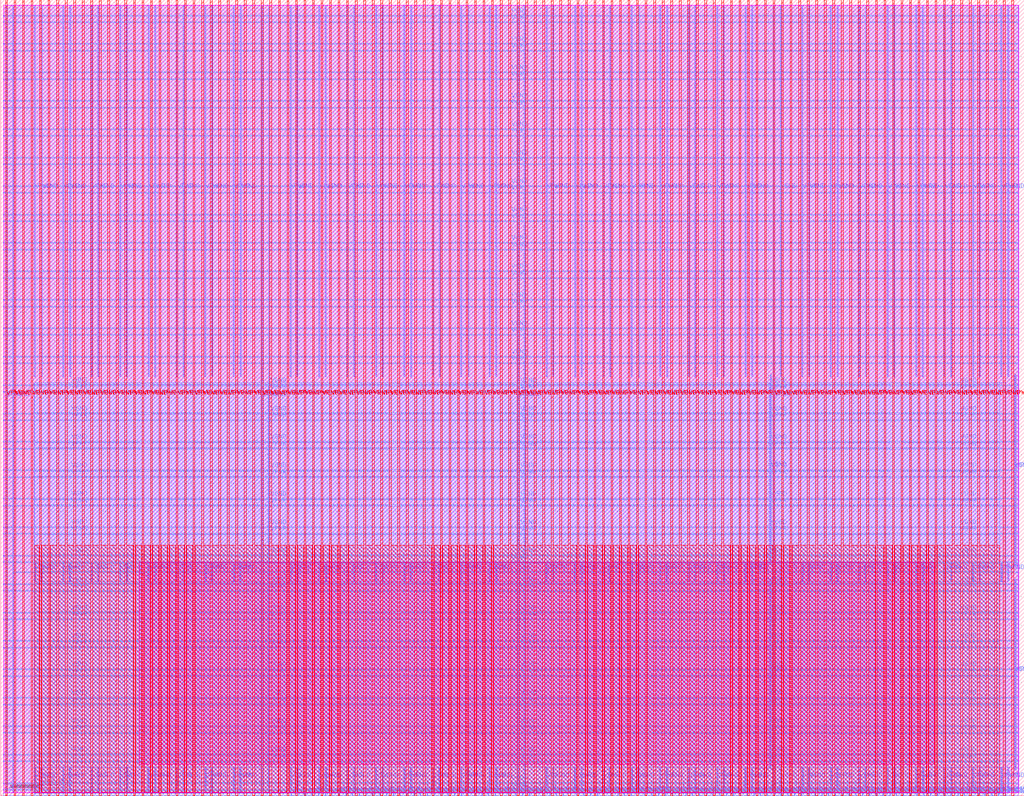
<source format=lef>
VERSION 5.7 ;
  NOWIREEXTENSIONATPIN ON ;
  DIVIDERCHAR "/" ;
  BUSBITCHARS "[]" ;
MACRO CF_SRAM_8192x32_wb_wrapper
  CLASS BLOCK ;
  FOREIGN CF_SRAM_8192x32_wb_wrapper ;
  ORIGIN 0.000 0.000 ;
  SIZE 1800.000 BY 1400.000 ;
  PIN VGND
    DIRECTION INOUT ;
    USE GROUND ;
    PORT
      LAYER met2 ;
        RECT 20.940 5.200 22.700 1390.160 ;
    END
    PORT
      LAYER met2 ;
        RECT 70.940 5.200 72.700 49.860 ;
    END
    PORT
      LAYER met2 ;
        RECT 70.940 376.915 72.700 409.860 ;
    END
    PORT
      LAYER met2 ;
        RECT 70.940 736.915 72.700 1390.160 ;
    END
    PORT
      LAYER met2 ;
        RECT 120.940 5.200 122.700 49.860 ;
    END
    PORT
      LAYER met2 ;
        RECT 120.940 376.915 122.700 409.860 ;
    END
    PORT
      LAYER met2 ;
        RECT 120.940 736.915 122.700 1390.160 ;
    END
    PORT
      LAYER met2 ;
        RECT 170.940 5.200 172.700 49.860 ;
    END
    PORT
      LAYER met2 ;
        RECT 170.940 376.915 172.700 409.860 ;
    END
    PORT
      LAYER met2 ;
        RECT 170.940 736.915 172.700 1390.160 ;
    END
    PORT
      LAYER met2 ;
        RECT 220.940 5.200 222.700 49.860 ;
    END
    PORT
      LAYER met2 ;
        RECT 220.940 376.915 222.700 409.860 ;
    END
    PORT
      LAYER met2 ;
        RECT 220.940 736.915 222.700 1390.160 ;
    END
    PORT
      LAYER met2 ;
        RECT 270.940 5.200 272.700 49.860 ;
    END
    PORT
      LAYER met2 ;
        RECT 270.940 376.915 272.700 409.860 ;
    END
    PORT
      LAYER met2 ;
        RECT 270.940 736.915 272.700 1390.160 ;
    END
    PORT
      LAYER met2 ;
        RECT 320.940 5.200 322.700 49.860 ;
    END
    PORT
      LAYER met2 ;
        RECT 320.940 376.915 322.700 409.860 ;
    END
    PORT
      LAYER met2 ;
        RECT 320.940 736.915 322.700 1390.160 ;
    END
    PORT
      LAYER met2 ;
        RECT 370.940 5.200 372.700 49.860 ;
    END
    PORT
      LAYER met2 ;
        RECT 370.940 376.915 372.700 409.860 ;
    END
    PORT
      LAYER met2 ;
        RECT 370.940 736.915 372.700 1390.160 ;
    END
    PORT
      LAYER met2 ;
        RECT 420.940 5.200 422.700 49.860 ;
    END
    PORT
      LAYER met2 ;
        RECT 420.940 376.915 422.700 409.860 ;
    END
    PORT
      LAYER met2 ;
        RECT 420.940 736.915 422.700 1390.160 ;
    END
    PORT
      LAYER met2 ;
        RECT 470.940 5.200 472.700 1390.160 ;
    END
    PORT
      LAYER met2 ;
        RECT 520.940 5.200 522.700 49.860 ;
    END
    PORT
      LAYER met2 ;
        RECT 520.940 376.915 522.700 409.860 ;
    END
    PORT
      LAYER met2 ;
        RECT 520.940 736.915 522.700 1390.160 ;
    END
    PORT
      LAYER met2 ;
        RECT 570.940 5.200 572.700 49.860 ;
    END
    PORT
      LAYER met2 ;
        RECT 570.940 376.915 572.700 409.860 ;
    END
    PORT
      LAYER met2 ;
        RECT 570.940 736.915 572.700 1390.160 ;
    END
    PORT
      LAYER met2 ;
        RECT 620.940 5.200 622.700 49.860 ;
    END
    PORT
      LAYER met2 ;
        RECT 620.940 376.915 622.700 409.860 ;
    END
    PORT
      LAYER met2 ;
        RECT 620.940 736.915 622.700 1390.160 ;
    END
    PORT
      LAYER met2 ;
        RECT 670.940 5.200 672.700 49.860 ;
    END
    PORT
      LAYER met2 ;
        RECT 670.940 376.915 672.700 409.860 ;
    END
    PORT
      LAYER met2 ;
        RECT 670.940 736.915 672.700 1390.160 ;
    END
    PORT
      LAYER met2 ;
        RECT 720.940 5.200 722.700 49.860 ;
    END
    PORT
      LAYER met2 ;
        RECT 720.940 376.915 722.700 409.860 ;
    END
    PORT
      LAYER met2 ;
        RECT 720.940 736.915 722.700 1390.160 ;
    END
    PORT
      LAYER met2 ;
        RECT 770.940 5.200 772.700 49.860 ;
    END
    PORT
      LAYER met2 ;
        RECT 770.940 376.915 772.700 409.860 ;
    END
    PORT
      LAYER met2 ;
        RECT 770.940 736.915 772.700 1390.160 ;
    END
    PORT
      LAYER met2 ;
        RECT 820.940 5.200 822.700 49.860 ;
    END
    PORT
      LAYER met2 ;
        RECT 820.940 376.915 822.700 409.860 ;
    END
    PORT
      LAYER met2 ;
        RECT 820.940 736.915 822.700 1390.160 ;
    END
    PORT
      LAYER met2 ;
        RECT 870.940 5.200 872.700 49.860 ;
    END
    PORT
      LAYER met2 ;
        RECT 870.940 376.915 872.700 409.860 ;
    END
    PORT
      LAYER met2 ;
        RECT 870.940 736.915 872.700 1390.160 ;
    END
    PORT
      LAYER met2 ;
        RECT 920.940 5.200 922.700 1390.160 ;
    END
    PORT
      LAYER met2 ;
        RECT 970.940 5.200 972.700 49.860 ;
    END
    PORT
      LAYER met2 ;
        RECT 970.940 376.915 972.700 409.860 ;
    END
    PORT
      LAYER met2 ;
        RECT 970.940 736.915 972.700 1390.160 ;
    END
    PORT
      LAYER met2 ;
        RECT 1020.940 5.200 1022.700 49.860 ;
    END
    PORT
      LAYER met2 ;
        RECT 1020.940 376.915 1022.700 409.860 ;
    END
    PORT
      LAYER met2 ;
        RECT 1020.940 736.915 1022.700 1390.160 ;
    END
    PORT
      LAYER met2 ;
        RECT 1070.940 5.200 1072.700 49.860 ;
    END
    PORT
      LAYER met2 ;
        RECT 1070.940 376.915 1072.700 409.860 ;
    END
    PORT
      LAYER met2 ;
        RECT 1070.940 736.915 1072.700 1390.160 ;
    END
    PORT
      LAYER met2 ;
        RECT 1120.940 5.200 1122.700 49.860 ;
    END
    PORT
      LAYER met2 ;
        RECT 1120.940 376.915 1122.700 409.860 ;
    END
    PORT
      LAYER met2 ;
        RECT 1120.940 736.915 1122.700 1390.160 ;
    END
    PORT
      LAYER met2 ;
        RECT 1170.940 5.200 1172.700 49.860 ;
    END
    PORT
      LAYER met2 ;
        RECT 1170.940 376.915 1172.700 409.860 ;
    END
    PORT
      LAYER met2 ;
        RECT 1170.940 736.915 1172.700 1390.160 ;
    END
    PORT
      LAYER met2 ;
        RECT 1220.940 5.200 1222.700 49.860 ;
    END
    PORT
      LAYER met2 ;
        RECT 1220.940 376.915 1222.700 409.860 ;
    END
    PORT
      LAYER met2 ;
        RECT 1220.940 736.915 1222.700 1390.160 ;
    END
    PORT
      LAYER met2 ;
        RECT 1270.940 5.200 1272.700 49.860 ;
    END
    PORT
      LAYER met2 ;
        RECT 1270.940 376.915 1272.700 409.860 ;
    END
    PORT
      LAYER met2 ;
        RECT 1270.940 736.915 1272.700 1390.160 ;
    END
    PORT
      LAYER met2 ;
        RECT 1320.940 5.200 1322.700 49.860 ;
    END
    PORT
      LAYER met2 ;
        RECT 1320.940 376.915 1322.700 409.860 ;
    END
    PORT
      LAYER met2 ;
        RECT 1320.940 736.915 1322.700 1390.160 ;
    END
    PORT
      LAYER met2 ;
        RECT 1370.940 5.200 1372.700 49.860 ;
    END
    PORT
      LAYER met2 ;
        RECT 1370.940 376.915 1372.700 409.860 ;
    END
    PORT
      LAYER met2 ;
        RECT 1370.940 736.915 1372.700 1390.160 ;
    END
    PORT
      LAYER met2 ;
        RECT 1420.940 5.200 1422.700 49.860 ;
    END
    PORT
      LAYER met2 ;
        RECT 1420.940 376.915 1422.700 409.860 ;
    END
    PORT
      LAYER met2 ;
        RECT 1420.940 736.915 1422.700 1390.160 ;
    END
    PORT
      LAYER met2 ;
        RECT 1470.940 5.200 1472.700 49.860 ;
    END
    PORT
      LAYER met2 ;
        RECT 1470.940 376.915 1472.700 409.860 ;
    END
    PORT
      LAYER met2 ;
        RECT 1470.940 736.915 1472.700 1390.160 ;
    END
    PORT
      LAYER met2 ;
        RECT 1520.940 5.200 1522.700 49.860 ;
    END
    PORT
      LAYER met2 ;
        RECT 1520.940 376.915 1522.700 409.860 ;
    END
    PORT
      LAYER met2 ;
        RECT 1520.940 736.915 1522.700 1390.160 ;
    END
    PORT
      LAYER met2 ;
        RECT 1570.940 5.200 1572.700 49.860 ;
    END
    PORT
      LAYER met2 ;
        RECT 1570.940 376.915 1572.700 409.860 ;
    END
    PORT
      LAYER met2 ;
        RECT 1570.940 736.915 1572.700 1390.160 ;
    END
    PORT
      LAYER met2 ;
        RECT 1620.940 5.200 1622.700 49.860 ;
    END
    PORT
      LAYER met2 ;
        RECT 1620.940 376.915 1622.700 409.860 ;
    END
    PORT
      LAYER met2 ;
        RECT 1620.940 736.915 1622.700 1390.160 ;
    END
    PORT
      LAYER met2 ;
        RECT 1670.940 5.200 1672.700 49.860 ;
    END
    PORT
      LAYER met2 ;
        RECT 1670.940 376.915 1672.700 409.860 ;
    END
    PORT
      LAYER met2 ;
        RECT 1670.940 736.915 1672.700 1390.160 ;
    END
    PORT
      LAYER met2 ;
        RECT 1720.940 5.200 1722.700 49.860 ;
    END
    PORT
      LAYER met2 ;
        RECT 1720.940 376.915 1722.700 409.860 ;
    END
    PORT
      LAYER met2 ;
        RECT 1720.940 736.915 1722.700 1390.160 ;
    END
    PORT
      LAYER met2 ;
        RECT 1770.940 5.200 1772.700 49.860 ;
    END
    PORT
      LAYER met2 ;
        RECT 1770.940 376.915 1772.700 409.860 ;
    END
    PORT
      LAYER met2 ;
        RECT 1770.940 736.915 1772.700 1390.160 ;
    END
    PORT
      LAYER met3 ;
        RECT 4.820 21.320 1790.100 23.080 ;
    END
    PORT
      LAYER met3 ;
        RECT 4.820 71.320 243.470 73.080 ;
    END
    PORT
      LAYER met3 ;
        RECT 4.820 121.320 243.470 123.080 ;
    END
    PORT
      LAYER met3 ;
        RECT 4.820 171.320 243.470 173.080 ;
    END
    PORT
      LAYER met3 ;
        RECT 4.820 221.320 243.470 223.080 ;
    END
    PORT
      LAYER met3 ;
        RECT 4.820 271.320 243.470 273.080 ;
    END
    PORT
      LAYER met3 ;
        RECT 4.820 321.320 243.470 323.080 ;
    END
    PORT
      LAYER met3 ;
        RECT 4.820 371.320 243.470 373.080 ;
    END
    PORT
      LAYER met3 ;
        RECT 4.820 421.320 243.470 423.080 ;
    END
    PORT
      LAYER met3 ;
        RECT 4.820 471.320 243.470 473.080 ;
    END
    PORT
      LAYER met3 ;
        RECT 4.820 521.320 243.470 523.080 ;
    END
    PORT
      LAYER met3 ;
        RECT 4.820 571.320 243.470 573.080 ;
    END
    PORT
      LAYER met3 ;
        RECT 4.820 621.320 243.470 623.080 ;
    END
    PORT
      LAYER met3 ;
        RECT 4.820 671.320 243.470 673.080 ;
    END
    PORT
      LAYER met3 ;
        RECT 4.820 721.320 243.470 723.080 ;
    END
    PORT
      LAYER met3 ;
        RECT 4.820 771.320 1790.100 773.080 ;
    END
    PORT
      LAYER met3 ;
        RECT 4.820 821.320 1790.100 823.080 ;
    END
    PORT
      LAYER met3 ;
        RECT 4.820 871.320 1790.100 873.080 ;
    END
    PORT
      LAYER met3 ;
        RECT 4.820 921.320 1790.100 923.080 ;
    END
    PORT
      LAYER met3 ;
        RECT 4.820 971.320 1790.100 973.080 ;
    END
    PORT
      LAYER met3 ;
        RECT 4.820 1021.320 1790.100 1023.080 ;
    END
    PORT
      LAYER met3 ;
        RECT 4.820 1071.320 1790.100 1073.080 ;
    END
    PORT
      LAYER met3 ;
        RECT 4.820 1121.320 1790.100 1123.080 ;
    END
    PORT
      LAYER met3 ;
        RECT 4.820 1171.320 1790.100 1173.080 ;
    END
    PORT
      LAYER met3 ;
        RECT 4.820 1221.320 1790.100 1223.080 ;
    END
    PORT
      LAYER met3 ;
        RECT 4.820 1271.320 1790.100 1273.080 ;
    END
    PORT
      LAYER met3 ;
        RECT 4.820 1321.320 1790.100 1323.080 ;
    END
    PORT
      LAYER met3 ;
        RECT 4.820 1371.320 1790.100 1373.080 ;
    END
    PORT
      LAYER met3 ;
        RECT 264.400 71.320 683.470 73.080 ;
    END
    PORT
      LAYER met3 ;
        RECT 264.400 121.320 683.470 123.080 ;
    END
    PORT
      LAYER met3 ;
        RECT 264.400 171.320 683.470 173.080 ;
    END
    PORT
      LAYER met3 ;
        RECT 264.400 221.320 683.470 223.080 ;
    END
    PORT
      LAYER met3 ;
        RECT 264.400 271.320 683.470 273.080 ;
    END
    PORT
      LAYER met3 ;
        RECT 264.400 321.320 683.470 323.080 ;
    END
    PORT
      LAYER met3 ;
        RECT 264.400 371.320 683.470 373.080 ;
    END
    PORT
      LAYER met3 ;
        RECT 264.400 421.320 683.470 423.080 ;
    END
    PORT
      LAYER met3 ;
        RECT 264.400 471.320 683.470 473.080 ;
    END
    PORT
      LAYER met3 ;
        RECT 264.400 521.320 683.470 523.080 ;
    END
    PORT
      LAYER met3 ;
        RECT 264.400 571.320 683.470 573.080 ;
    END
    PORT
      LAYER met3 ;
        RECT 264.400 621.320 683.470 623.080 ;
    END
    PORT
      LAYER met3 ;
        RECT 264.400 671.320 683.470 673.080 ;
    END
    PORT
      LAYER met3 ;
        RECT 264.400 721.320 683.470 723.080 ;
    END
    PORT
      LAYER met3 ;
        RECT 704.400 71.320 1123.470 73.080 ;
    END
    PORT
      LAYER met3 ;
        RECT 704.400 121.320 1123.470 123.080 ;
    END
    PORT
      LAYER met3 ;
        RECT 704.400 171.320 1123.470 173.080 ;
    END
    PORT
      LAYER met3 ;
        RECT 704.400 221.320 1123.470 223.080 ;
    END
    PORT
      LAYER met3 ;
        RECT 704.400 271.320 1123.470 273.080 ;
    END
    PORT
      LAYER met3 ;
        RECT 704.400 321.320 1123.470 323.080 ;
    END
    PORT
      LAYER met3 ;
        RECT 704.400 371.320 1123.470 373.080 ;
    END
    PORT
      LAYER met3 ;
        RECT 704.400 421.320 1123.470 423.080 ;
    END
    PORT
      LAYER met3 ;
        RECT 704.400 471.320 1123.470 473.080 ;
    END
    PORT
      LAYER met3 ;
        RECT 704.400 521.320 1123.470 523.080 ;
    END
    PORT
      LAYER met3 ;
        RECT 704.400 571.320 1123.470 573.080 ;
    END
    PORT
      LAYER met3 ;
        RECT 704.400 621.320 1123.470 623.080 ;
    END
    PORT
      LAYER met3 ;
        RECT 704.400 671.320 1123.470 673.080 ;
    END
    PORT
      LAYER met3 ;
        RECT 704.400 721.320 1123.470 723.080 ;
    END
    PORT
      LAYER met3 ;
        RECT 1144.400 71.320 1563.470 73.080 ;
    END
    PORT
      LAYER met3 ;
        RECT 1144.400 121.320 1563.470 123.080 ;
    END
    PORT
      LAYER met3 ;
        RECT 1144.400 171.320 1563.470 173.080 ;
    END
    PORT
      LAYER met3 ;
        RECT 1144.400 221.320 1563.470 223.080 ;
    END
    PORT
      LAYER met3 ;
        RECT 1144.400 271.320 1563.470 273.080 ;
    END
    PORT
      LAYER met3 ;
        RECT 1144.400 321.320 1563.470 323.080 ;
    END
    PORT
      LAYER met3 ;
        RECT 1144.400 371.320 1563.470 373.080 ;
    END
    PORT
      LAYER met3 ;
        RECT 1144.400 421.320 1563.470 423.080 ;
    END
    PORT
      LAYER met3 ;
        RECT 1144.400 471.320 1563.470 473.080 ;
    END
    PORT
      LAYER met3 ;
        RECT 1144.400 521.320 1563.470 523.080 ;
    END
    PORT
      LAYER met3 ;
        RECT 1144.400 571.320 1563.470 573.080 ;
    END
    PORT
      LAYER met3 ;
        RECT 1144.400 621.320 1563.470 623.080 ;
    END
    PORT
      LAYER met3 ;
        RECT 1144.400 671.320 1563.470 673.080 ;
    END
    PORT
      LAYER met3 ;
        RECT 1144.400 721.320 1563.470 723.080 ;
    END
    PORT
      LAYER met3 ;
        RECT 1584.400 71.320 1790.100 73.080 ;
    END
    PORT
      LAYER met3 ;
        RECT 1584.400 121.320 1790.100 123.080 ;
    END
    PORT
      LAYER met3 ;
        RECT 1584.400 171.320 1790.100 173.080 ;
    END
    PORT
      LAYER met3 ;
        RECT 1584.400 221.320 1790.100 223.080 ;
    END
    PORT
      LAYER met3 ;
        RECT 1584.400 271.320 1790.100 273.080 ;
    END
    PORT
      LAYER met3 ;
        RECT 1584.400 321.320 1790.100 323.080 ;
    END
    PORT
      LAYER met3 ;
        RECT 1584.400 371.320 1790.100 373.080 ;
    END
    PORT
      LAYER met3 ;
        RECT 1584.400 421.320 1790.100 423.080 ;
    END
    PORT
      LAYER met3 ;
        RECT 1584.400 471.320 1790.100 473.080 ;
    END
    PORT
      LAYER met3 ;
        RECT 1584.400 521.320 1790.100 523.080 ;
    END
    PORT
      LAYER met3 ;
        RECT 1584.400 571.320 1790.100 573.080 ;
    END
    PORT
      LAYER met3 ;
        RECT 1584.400 621.320 1790.100 623.080 ;
    END
    PORT
      LAYER met3 ;
        RECT 1584.400 671.320 1790.100 673.080 ;
    END
    PORT
      LAYER met3 ;
        RECT 1584.400 721.320 1790.100 723.080 ;
    END
    PORT
      LAYER met4 ;
        RECT 23.510 0.000 26.610 1400.000 ;
    END
    PORT
      LAYER met4 ;
        RECT 53.510 0.000 56.610 1400.000 ;
    END
    PORT
      LAYER met4 ;
        RECT 83.510 0.000 86.610 1400.000 ;
    END
    PORT
      LAYER met4 ;
        RECT 113.510 0.000 116.610 1400.000 ;
    END
    PORT
      LAYER met4 ;
        RECT 143.510 0.000 146.610 1400.000 ;
    END
    PORT
      LAYER met4 ;
        RECT 173.510 0.000 176.610 1400.000 ;
    END
    PORT
      LAYER met4 ;
        RECT 203.510 0.000 206.610 1400.000 ;
    END
    PORT
      LAYER met4 ;
        RECT 233.510 0.000 236.610 1400.000 ;
    END
    PORT
      LAYER met4 ;
        RECT 263.510 0.000 266.610 1400.000 ;
    END
    PORT
      LAYER met4 ;
        RECT 293.510 0.000 296.610 1400.000 ;
    END
    PORT
      LAYER met4 ;
        RECT 323.510 0.000 326.610 1400.000 ;
    END
    PORT
      LAYER met4 ;
        RECT 353.510 0.000 356.610 1400.000 ;
    END
    PORT
      LAYER met4 ;
        RECT 383.510 0.000 386.610 1400.000 ;
    END
    PORT
      LAYER met4 ;
        RECT 413.510 0.000 416.610 1400.000 ;
    END
    PORT
      LAYER met4 ;
        RECT 443.510 0.000 446.610 1400.000 ;
    END
    PORT
      LAYER met4 ;
        RECT 473.510 0.000 476.610 1400.000 ;
    END
    PORT
      LAYER met4 ;
        RECT 503.510 0.000 506.610 1400.000 ;
    END
    PORT
      LAYER met4 ;
        RECT 533.510 0.000 536.610 1400.000 ;
    END
    PORT
      LAYER met4 ;
        RECT 563.510 0.000 566.610 1400.000 ;
    END
    PORT
      LAYER met4 ;
        RECT 593.510 0.000 596.610 1400.000 ;
    END
    PORT
      LAYER met4 ;
        RECT 623.510 0.000 626.610 1400.000 ;
    END
    PORT
      LAYER met4 ;
        RECT 653.510 0.000 656.610 1400.000 ;
    END
    PORT
      LAYER met4 ;
        RECT 683.510 0.000 686.610 1400.000 ;
    END
    PORT
      LAYER met4 ;
        RECT 713.510 0.000 716.610 1400.000 ;
    END
    PORT
      LAYER met4 ;
        RECT 743.510 0.000 746.610 1400.000 ;
    END
    PORT
      LAYER met4 ;
        RECT 773.510 0.000 776.610 1400.000 ;
    END
    PORT
      LAYER met4 ;
        RECT 803.510 0.000 806.610 1400.000 ;
    END
    PORT
      LAYER met4 ;
        RECT 833.510 0.000 836.610 1400.000 ;
    END
    PORT
      LAYER met4 ;
        RECT 863.510 0.000 866.610 1400.000 ;
    END
    PORT
      LAYER met4 ;
        RECT 893.510 0.000 896.610 1400.000 ;
    END
    PORT
      LAYER met4 ;
        RECT 923.510 0.000 926.610 1400.000 ;
    END
    PORT
      LAYER met4 ;
        RECT 953.510 0.000 956.610 1400.000 ;
    END
    PORT
      LAYER met4 ;
        RECT 983.510 0.000 986.610 1400.000 ;
    END
    PORT
      LAYER met4 ;
        RECT 1013.510 0.000 1016.610 1400.000 ;
    END
    PORT
      LAYER met4 ;
        RECT 1043.510 0.000 1046.610 1400.000 ;
    END
    PORT
      LAYER met4 ;
        RECT 1073.510 0.000 1076.610 1400.000 ;
    END
    PORT
      LAYER met4 ;
        RECT 1103.510 0.000 1106.610 1400.000 ;
    END
    PORT
      LAYER met4 ;
        RECT 1133.510 0.000 1136.610 1400.000 ;
    END
    PORT
      LAYER met4 ;
        RECT 1163.510 0.000 1166.610 1400.000 ;
    END
    PORT
      LAYER met4 ;
        RECT 1193.510 0.000 1196.610 1400.000 ;
    END
    PORT
      LAYER met4 ;
        RECT 1223.510 0.000 1226.610 1400.000 ;
    END
    PORT
      LAYER met4 ;
        RECT 1253.510 0.000 1256.610 1400.000 ;
    END
    PORT
      LAYER met4 ;
        RECT 1283.510 0.000 1286.610 1400.000 ;
    END
    PORT
      LAYER met4 ;
        RECT 1313.510 0.000 1316.610 1400.000 ;
    END
    PORT
      LAYER met4 ;
        RECT 1343.510 0.000 1346.610 1400.000 ;
    END
    PORT
      LAYER met4 ;
        RECT 1373.510 0.000 1376.610 1400.000 ;
    END
    PORT
      LAYER met4 ;
        RECT 1403.510 0.000 1406.610 1400.000 ;
    END
    PORT
      LAYER met4 ;
        RECT 1433.510 0.000 1436.610 1400.000 ;
    END
    PORT
      LAYER met4 ;
        RECT 1463.510 0.000 1466.610 1400.000 ;
    END
    PORT
      LAYER met4 ;
        RECT 1493.510 0.000 1496.610 1400.000 ;
    END
    PORT
      LAYER met4 ;
        RECT 1523.510 0.000 1526.610 1400.000 ;
    END
    PORT
      LAYER met4 ;
        RECT 1553.510 0.000 1556.610 1400.000 ;
    END
    PORT
      LAYER met4 ;
        RECT 1583.510 0.000 1586.610 1400.000 ;
    END
    PORT
      LAYER met4 ;
        RECT 1613.510 0.000 1616.610 1400.000 ;
    END
    PORT
      LAYER met4 ;
        RECT 1643.510 0.000 1646.610 1400.000 ;
    END
    PORT
      LAYER met4 ;
        RECT 1673.510 0.000 1676.610 1400.000 ;
    END
    PORT
      LAYER met4 ;
        RECT 1703.510 0.000 1706.610 1400.000 ;
    END
    PORT
      LAYER met4 ;
        RECT 1733.510 0.000 1736.610 1400.000 ;
    END
    PORT
      LAYER met4 ;
        RECT 1763.510 0.000 1766.610 1400.000 ;
    END
    PORT
      LAYER met2 ;
        RECT 1353.130 48.720 1354.890 381.040 ;
    END
    PORT
      LAYER met2 ;
        RECT 1781.850 405.040 1783.610 740.080 ;
    END
    PORT
      LAYER met2 ;
        RECT 1353.130 407.760 1354.890 740.080 ;
    END
    PORT
      LAYER met2 ;
        RECT 1781.850 46.000 1783.610 381.040 ;
    END
    PORT
      LAYER met3 ;
        RECT 20.940 392.500 1790.100 394.260 ;
    END
  END VGND
  PIN VPWR
    DIRECTION INOUT ;
    USE POWER ;
    PORT
      LAYER met2 ;
        RECT 9.180 5.200 10.940 1390.160 ;
    END
    PORT
      LAYER met2 ;
        RECT 59.180 5.200 60.940 49.860 ;
    END
    PORT
      LAYER met2 ;
        RECT 59.180 376.915 60.940 409.860 ;
    END
    PORT
      LAYER met2 ;
        RECT 59.180 736.880 60.940 1390.160 ;
    END
    PORT
      LAYER met2 ;
        RECT 109.180 5.200 110.940 49.860 ;
    END
    PORT
      LAYER met2 ;
        RECT 109.180 376.915 110.940 409.860 ;
    END
    PORT
      LAYER met2 ;
        RECT 109.180 736.880 110.940 1390.160 ;
    END
    PORT
      LAYER met2 ;
        RECT 159.180 5.200 160.940 49.860 ;
    END
    PORT
      LAYER met2 ;
        RECT 159.180 376.915 160.940 409.860 ;
    END
    PORT
      LAYER met2 ;
        RECT 159.180 736.880 160.940 1390.160 ;
    END
    PORT
      LAYER met2 ;
        RECT 209.180 5.200 210.940 49.860 ;
    END
    PORT
      LAYER met2 ;
        RECT 209.180 376.915 210.940 409.860 ;
    END
    PORT
      LAYER met2 ;
        RECT 209.180 736.880 210.940 1390.160 ;
    END
    PORT
      LAYER met2 ;
        RECT 259.180 5.200 260.940 49.860 ;
    END
    PORT
      LAYER met2 ;
        RECT 259.180 376.915 260.940 409.860 ;
    END
    PORT
      LAYER met2 ;
        RECT 259.180 736.880 260.940 1390.160 ;
    END
    PORT
      LAYER met2 ;
        RECT 309.180 5.200 310.940 49.860 ;
    END
    PORT
      LAYER met2 ;
        RECT 309.180 376.915 310.940 409.860 ;
    END
    PORT
      LAYER met2 ;
        RECT 309.180 736.880 310.940 1390.160 ;
    END
    PORT
      LAYER met2 ;
        RECT 359.180 5.200 360.940 49.860 ;
    END
    PORT
      LAYER met2 ;
        RECT 359.180 376.915 360.940 409.860 ;
    END
    PORT
      LAYER met2 ;
        RECT 359.180 736.880 360.940 1390.160 ;
    END
    PORT
      LAYER met2 ;
        RECT 409.180 5.200 410.940 49.860 ;
    END
    PORT
      LAYER met2 ;
        RECT 409.180 376.915 410.940 409.860 ;
    END
    PORT
      LAYER met2 ;
        RECT 409.180 736.880 410.940 1390.160 ;
    END
    PORT
      LAYER met2 ;
        RECT 459.180 5.200 460.940 1390.160 ;
    END
    PORT
      LAYER met2 ;
        RECT 509.180 5.200 510.940 49.860 ;
    END
    PORT
      LAYER met2 ;
        RECT 509.180 376.915 510.940 409.860 ;
    END
    PORT
      LAYER met2 ;
        RECT 509.180 736.880 510.940 1390.160 ;
    END
    PORT
      LAYER met2 ;
        RECT 559.180 5.200 560.940 49.860 ;
    END
    PORT
      LAYER met2 ;
        RECT 559.180 376.915 560.940 409.860 ;
    END
    PORT
      LAYER met2 ;
        RECT 559.180 736.880 560.940 1390.160 ;
    END
    PORT
      LAYER met2 ;
        RECT 609.180 5.200 610.940 49.860 ;
    END
    PORT
      LAYER met2 ;
        RECT 609.180 376.915 610.940 409.860 ;
    END
    PORT
      LAYER met2 ;
        RECT 609.180 736.880 610.940 1390.160 ;
    END
    PORT
      LAYER met2 ;
        RECT 659.180 5.200 660.940 49.860 ;
    END
    PORT
      LAYER met2 ;
        RECT 659.180 376.915 660.940 409.860 ;
    END
    PORT
      LAYER met2 ;
        RECT 659.180 736.880 660.940 1390.160 ;
    END
    PORT
      LAYER met2 ;
        RECT 709.180 5.200 710.940 49.860 ;
    END
    PORT
      LAYER met2 ;
        RECT 709.180 376.915 710.940 409.860 ;
    END
    PORT
      LAYER met2 ;
        RECT 709.180 736.880 710.940 1390.160 ;
    END
    PORT
      LAYER met2 ;
        RECT 759.180 5.200 760.940 49.860 ;
    END
    PORT
      LAYER met2 ;
        RECT 759.180 376.915 760.940 409.860 ;
    END
    PORT
      LAYER met2 ;
        RECT 759.180 736.880 760.940 1390.160 ;
    END
    PORT
      LAYER met2 ;
        RECT 809.180 5.200 810.940 49.860 ;
    END
    PORT
      LAYER met2 ;
        RECT 809.180 376.915 810.940 409.860 ;
    END
    PORT
      LAYER met2 ;
        RECT 809.180 736.880 810.940 1390.160 ;
    END
    PORT
      LAYER met2 ;
        RECT 859.180 5.200 860.940 49.860 ;
    END
    PORT
      LAYER met2 ;
        RECT 859.180 376.915 860.940 409.860 ;
    END
    PORT
      LAYER met2 ;
        RECT 859.180 736.880 860.940 1390.160 ;
    END
    PORT
      LAYER met2 ;
        RECT 909.180 5.200 910.940 1390.160 ;
    END
    PORT
      LAYER met2 ;
        RECT 959.180 5.200 960.940 49.860 ;
    END
    PORT
      LAYER met2 ;
        RECT 959.180 376.915 960.940 409.860 ;
    END
    PORT
      LAYER met2 ;
        RECT 959.180 736.880 960.940 1390.160 ;
    END
    PORT
      LAYER met2 ;
        RECT 1009.180 5.200 1010.940 49.860 ;
    END
    PORT
      LAYER met2 ;
        RECT 1009.180 376.915 1010.940 409.860 ;
    END
    PORT
      LAYER met2 ;
        RECT 1009.180 736.880 1010.940 1390.160 ;
    END
    PORT
      LAYER met2 ;
        RECT 1059.180 5.200 1060.940 49.860 ;
    END
    PORT
      LAYER met2 ;
        RECT 1059.180 376.915 1060.940 409.860 ;
    END
    PORT
      LAYER met2 ;
        RECT 1059.180 736.880 1060.940 1390.160 ;
    END
    PORT
      LAYER met2 ;
        RECT 1109.180 5.200 1110.940 49.860 ;
    END
    PORT
      LAYER met2 ;
        RECT 1109.180 376.915 1110.940 409.860 ;
    END
    PORT
      LAYER met2 ;
        RECT 1109.180 736.880 1110.940 1390.160 ;
    END
    PORT
      LAYER met2 ;
        RECT 1159.180 5.200 1160.940 49.860 ;
    END
    PORT
      LAYER met2 ;
        RECT 1159.180 376.915 1160.940 409.860 ;
    END
    PORT
      LAYER met2 ;
        RECT 1159.180 736.880 1160.940 1390.160 ;
    END
    PORT
      LAYER met2 ;
        RECT 1209.180 5.200 1210.940 49.860 ;
    END
    PORT
      LAYER met2 ;
        RECT 1209.180 376.915 1210.940 409.860 ;
    END
    PORT
      LAYER met2 ;
        RECT 1209.180 736.880 1210.940 1390.160 ;
    END
    PORT
      LAYER met2 ;
        RECT 1259.180 5.200 1260.940 49.860 ;
    END
    PORT
      LAYER met2 ;
        RECT 1259.180 376.915 1260.940 409.860 ;
    END
    PORT
      LAYER met2 ;
        RECT 1259.180 736.880 1260.940 1390.160 ;
    END
    PORT
      LAYER met2 ;
        RECT 1309.180 5.200 1310.940 49.860 ;
    END
    PORT
      LAYER met2 ;
        RECT 1309.180 376.915 1310.940 409.860 ;
    END
    PORT
      LAYER met2 ;
        RECT 1309.180 736.880 1310.940 1390.160 ;
    END
    PORT
      LAYER met2 ;
        RECT 1359.180 5.200 1360.940 1390.160 ;
    END
    PORT
      LAYER met2 ;
        RECT 1409.180 5.200 1410.940 49.860 ;
    END
    PORT
      LAYER met2 ;
        RECT 1409.180 376.915 1410.940 409.860 ;
    END
    PORT
      LAYER met2 ;
        RECT 1409.180 736.880 1410.940 1390.160 ;
    END
    PORT
      LAYER met2 ;
        RECT 1459.180 5.200 1460.940 49.860 ;
    END
    PORT
      LAYER met2 ;
        RECT 1459.180 376.915 1460.940 409.860 ;
    END
    PORT
      LAYER met2 ;
        RECT 1459.180 736.880 1460.940 1390.160 ;
    END
    PORT
      LAYER met2 ;
        RECT 1509.180 5.200 1510.940 49.860 ;
    END
    PORT
      LAYER met2 ;
        RECT 1509.180 376.915 1510.940 409.860 ;
    END
    PORT
      LAYER met2 ;
        RECT 1509.180 736.880 1510.940 1390.160 ;
    END
    PORT
      LAYER met2 ;
        RECT 1559.180 5.200 1560.940 49.860 ;
    END
    PORT
      LAYER met2 ;
        RECT 1559.180 376.915 1560.940 409.860 ;
    END
    PORT
      LAYER met2 ;
        RECT 1559.180 736.880 1560.940 1390.160 ;
    END
    PORT
      LAYER met2 ;
        RECT 1609.180 5.200 1610.940 49.860 ;
    END
    PORT
      LAYER met2 ;
        RECT 1609.180 376.915 1610.940 409.860 ;
    END
    PORT
      LAYER met2 ;
        RECT 1609.180 736.880 1610.940 1390.160 ;
    END
    PORT
      LAYER met2 ;
        RECT 1659.180 5.200 1660.940 49.860 ;
    END
    PORT
      LAYER met2 ;
        RECT 1659.180 376.915 1660.940 409.860 ;
    END
    PORT
      LAYER met2 ;
        RECT 1659.180 736.880 1660.940 1390.160 ;
    END
    PORT
      LAYER met2 ;
        RECT 1709.180 5.200 1710.940 49.860 ;
    END
    PORT
      LAYER met2 ;
        RECT 1709.180 376.915 1710.940 409.860 ;
    END
    PORT
      LAYER met2 ;
        RECT 1709.180 736.880 1710.940 1390.160 ;
    END
    PORT
      LAYER met2 ;
        RECT 1759.180 5.200 1760.940 49.860 ;
    END
    PORT
      LAYER met2 ;
        RECT 1759.180 376.915 1760.940 409.860 ;
    END
    PORT
      LAYER met2 ;
        RECT 1759.180 736.880 1760.940 1390.160 ;
    END
    PORT
      LAYER met3 ;
        RECT 4.820 9.560 1790.100 11.320 ;
    END
    PORT
      LAYER met3 ;
        RECT 4.820 59.560 243.470 61.320 ;
    END
    PORT
      LAYER met3 ;
        RECT 4.820 109.560 243.470 111.320 ;
    END
    PORT
      LAYER met3 ;
        RECT 4.820 159.560 243.470 161.320 ;
    END
    PORT
      LAYER met3 ;
        RECT 4.820 209.560 243.470 211.320 ;
    END
    PORT
      LAYER met3 ;
        RECT 4.820 259.560 243.470 261.320 ;
    END
    PORT
      LAYER met3 ;
        RECT 4.820 309.560 243.470 311.320 ;
    END
    PORT
      LAYER met3 ;
        RECT 4.820 359.560 243.470 361.320 ;
    END
    PORT
      LAYER met3 ;
        RECT 4.820 409.560 1790.100 411.320 ;
    END
    PORT
      LAYER met3 ;
        RECT 4.820 459.560 243.470 461.320 ;
    END
    PORT
      LAYER met3 ;
        RECT 4.820 509.560 243.470 511.320 ;
    END
    PORT
      LAYER met3 ;
        RECT 4.820 559.560 243.470 561.320 ;
    END
    PORT
      LAYER met3 ;
        RECT 4.820 609.560 243.470 611.320 ;
    END
    PORT
      LAYER met3 ;
        RECT 4.820 659.560 243.470 661.320 ;
    END
    PORT
      LAYER met3 ;
        RECT 4.820 709.560 243.470 711.320 ;
    END
    PORT
      LAYER met3 ;
        RECT 4.820 759.560 1790.100 761.320 ;
    END
    PORT
      LAYER met3 ;
        RECT 4.820 809.560 1790.100 811.320 ;
    END
    PORT
      LAYER met3 ;
        RECT 4.820 859.560 1790.100 861.320 ;
    END
    PORT
      LAYER met3 ;
        RECT 4.820 909.560 1790.100 911.320 ;
    END
    PORT
      LAYER met3 ;
        RECT 4.820 959.560 1790.100 961.320 ;
    END
    PORT
      LAYER met3 ;
        RECT 4.820 1009.560 1790.100 1011.320 ;
    END
    PORT
      LAYER met3 ;
        RECT 4.820 1059.560 1790.100 1061.320 ;
    END
    PORT
      LAYER met3 ;
        RECT 4.820 1109.560 1790.100 1111.320 ;
    END
    PORT
      LAYER met3 ;
        RECT 4.820 1159.560 1790.100 1161.320 ;
    END
    PORT
      LAYER met3 ;
        RECT 4.820 1209.560 1790.100 1211.320 ;
    END
    PORT
      LAYER met3 ;
        RECT 4.820 1259.560 1790.100 1261.320 ;
    END
    PORT
      LAYER met3 ;
        RECT 4.820 1309.560 1790.100 1311.320 ;
    END
    PORT
      LAYER met3 ;
        RECT 4.820 1359.560 1790.100 1361.320 ;
    END
    PORT
      LAYER met3 ;
        RECT 264.400 59.560 683.470 61.320 ;
    END
    PORT
      LAYER met3 ;
        RECT 264.400 109.560 683.470 111.320 ;
    END
    PORT
      LAYER met3 ;
        RECT 264.400 159.560 683.470 161.320 ;
    END
    PORT
      LAYER met3 ;
        RECT 264.400 209.560 683.470 211.320 ;
    END
    PORT
      LAYER met3 ;
        RECT 264.400 259.560 683.470 261.320 ;
    END
    PORT
      LAYER met3 ;
        RECT 264.400 309.560 683.470 311.320 ;
    END
    PORT
      LAYER met3 ;
        RECT 264.400 359.560 683.470 361.320 ;
    END
    PORT
      LAYER met3 ;
        RECT 264.400 459.560 683.470 461.320 ;
    END
    PORT
      LAYER met3 ;
        RECT 264.400 509.560 683.470 511.320 ;
    END
    PORT
      LAYER met3 ;
        RECT 264.400 559.560 683.470 561.320 ;
    END
    PORT
      LAYER met3 ;
        RECT 264.400 609.560 683.470 611.320 ;
    END
    PORT
      LAYER met3 ;
        RECT 264.400 659.560 683.470 661.320 ;
    END
    PORT
      LAYER met3 ;
        RECT 264.400 709.560 683.470 711.320 ;
    END
    PORT
      LAYER met3 ;
        RECT 704.400 59.560 1123.470 61.320 ;
    END
    PORT
      LAYER met3 ;
        RECT 704.400 109.560 1123.470 111.320 ;
    END
    PORT
      LAYER met3 ;
        RECT 704.400 159.560 1123.470 161.320 ;
    END
    PORT
      LAYER met3 ;
        RECT 704.400 209.560 1123.470 211.320 ;
    END
    PORT
      LAYER met3 ;
        RECT 704.400 259.560 1123.470 261.320 ;
    END
    PORT
      LAYER met3 ;
        RECT 704.400 309.560 1123.470 311.320 ;
    END
    PORT
      LAYER met3 ;
        RECT 704.400 359.560 1123.470 361.320 ;
    END
    PORT
      LAYER met3 ;
        RECT 704.400 459.560 1123.470 461.320 ;
    END
    PORT
      LAYER met3 ;
        RECT 704.400 509.560 1123.470 511.320 ;
    END
    PORT
      LAYER met3 ;
        RECT 704.400 559.560 1123.470 561.320 ;
    END
    PORT
      LAYER met3 ;
        RECT 704.400 609.560 1123.470 611.320 ;
    END
    PORT
      LAYER met3 ;
        RECT 704.400 659.560 1123.470 661.320 ;
    END
    PORT
      LAYER met3 ;
        RECT 704.400 709.560 1123.470 711.320 ;
    END
    PORT
      LAYER met3 ;
        RECT 1144.400 59.560 1563.470 61.320 ;
    END
    PORT
      LAYER met3 ;
        RECT 1144.400 109.560 1563.470 111.320 ;
    END
    PORT
      LAYER met3 ;
        RECT 1144.400 159.560 1563.470 161.320 ;
    END
    PORT
      LAYER met3 ;
        RECT 1144.400 209.560 1563.470 211.320 ;
    END
    PORT
      LAYER met3 ;
        RECT 1144.400 259.560 1563.470 261.320 ;
    END
    PORT
      LAYER met3 ;
        RECT 1144.400 309.560 1563.470 311.320 ;
    END
    PORT
      LAYER met3 ;
        RECT 1144.400 359.560 1563.470 361.320 ;
    END
    PORT
      LAYER met3 ;
        RECT 1144.400 459.560 1563.470 461.320 ;
    END
    PORT
      LAYER met3 ;
        RECT 1144.400 509.560 1563.470 511.320 ;
    END
    PORT
      LAYER met3 ;
        RECT 1144.400 559.560 1563.470 561.320 ;
    END
    PORT
      LAYER met3 ;
        RECT 1144.400 609.560 1563.470 611.320 ;
    END
    PORT
      LAYER met3 ;
        RECT 1144.400 659.560 1563.470 661.320 ;
    END
    PORT
      LAYER met3 ;
        RECT 1144.400 709.560 1563.470 711.320 ;
    END
    PORT
      LAYER met3 ;
        RECT 1584.400 59.560 1790.100 61.320 ;
    END
    PORT
      LAYER met3 ;
        RECT 1584.400 109.560 1790.100 111.320 ;
    END
    PORT
      LAYER met3 ;
        RECT 1584.400 159.560 1790.100 161.320 ;
    END
    PORT
      LAYER met3 ;
        RECT 1584.400 209.560 1790.100 211.320 ;
    END
    PORT
      LAYER met3 ;
        RECT 1584.400 259.560 1790.100 261.320 ;
    END
    PORT
      LAYER met3 ;
        RECT 1584.400 309.560 1790.100 311.320 ;
    END
    PORT
      LAYER met3 ;
        RECT 1584.400 359.560 1790.100 361.320 ;
    END
    PORT
      LAYER met3 ;
        RECT 1584.400 459.560 1790.100 461.320 ;
    END
    PORT
      LAYER met3 ;
        RECT 1584.400 509.560 1790.100 511.320 ;
    END
    PORT
      LAYER met3 ;
        RECT 1584.400 559.560 1790.100 561.320 ;
    END
    PORT
      LAYER met3 ;
        RECT 1584.400 609.560 1790.100 611.320 ;
    END
    PORT
      LAYER met3 ;
        RECT 1584.400 659.560 1790.100 661.320 ;
    END
    PORT
      LAYER met3 ;
        RECT 1584.400 709.560 1790.100 711.320 ;
    END
    PORT
      LAYER met4 ;
        RECT 8.510 0.000 11.610 1400.000 ;
    END
    PORT
      LAYER met4 ;
        RECT 38.510 0.000 41.610 1400.000 ;
    END
    PORT
      LAYER met4 ;
        RECT 68.510 0.000 71.610 1400.000 ;
    END
    PORT
      LAYER met4 ;
        RECT 98.510 0.000 101.610 1400.000 ;
    END
    PORT
      LAYER met4 ;
        RECT 128.510 0.000 131.610 1400.000 ;
    END
    PORT
      LAYER met4 ;
        RECT 158.510 0.000 161.610 1400.000 ;
    END
    PORT
      LAYER met4 ;
        RECT 188.510 0.000 191.610 1400.000 ;
    END
    PORT
      LAYER met4 ;
        RECT 218.510 0.000 221.610 1400.000 ;
    END
    PORT
      LAYER met4 ;
        RECT 248.510 0.000 251.610 1400.000 ;
    END
    PORT
      LAYER met4 ;
        RECT 278.510 0.000 281.610 1400.000 ;
    END
    PORT
      LAYER met4 ;
        RECT 308.510 0.000 311.610 1400.000 ;
    END
    PORT
      LAYER met4 ;
        RECT 338.510 0.000 341.610 1400.000 ;
    END
    PORT
      LAYER met4 ;
        RECT 368.510 0.000 371.610 1400.000 ;
    END
    PORT
      LAYER met4 ;
        RECT 398.510 0.000 401.610 1400.000 ;
    END
    PORT
      LAYER met4 ;
        RECT 428.510 0.000 431.610 1400.000 ;
    END
    PORT
      LAYER met4 ;
        RECT 458.510 0.000 461.610 1400.000 ;
    END
    PORT
      LAYER met4 ;
        RECT 488.510 0.000 491.610 1400.000 ;
    END
    PORT
      LAYER met4 ;
        RECT 518.510 0.000 521.610 1400.000 ;
    END
    PORT
      LAYER met4 ;
        RECT 548.510 0.000 551.610 1400.000 ;
    END
    PORT
      LAYER met4 ;
        RECT 578.510 0.000 581.610 1400.000 ;
    END
    PORT
      LAYER met4 ;
        RECT 608.510 0.000 611.610 1400.000 ;
    END
    PORT
      LAYER met4 ;
        RECT 638.510 0.000 641.610 1400.000 ;
    END
    PORT
      LAYER met4 ;
        RECT 668.510 0.000 671.610 1400.000 ;
    END
    PORT
      LAYER met4 ;
        RECT 698.510 0.000 701.610 1400.000 ;
    END
    PORT
      LAYER met4 ;
        RECT 728.510 0.000 731.610 1400.000 ;
    END
    PORT
      LAYER met4 ;
        RECT 758.510 0.000 761.610 1400.000 ;
    END
    PORT
      LAYER met4 ;
        RECT 788.510 0.000 791.610 1400.000 ;
    END
    PORT
      LAYER met4 ;
        RECT 818.510 0.000 821.610 1400.000 ;
    END
    PORT
      LAYER met4 ;
        RECT 848.510 0.000 851.610 1400.000 ;
    END
    PORT
      LAYER met4 ;
        RECT 878.510 0.000 881.610 1400.000 ;
    END
    PORT
      LAYER met4 ;
        RECT 908.510 0.000 911.610 1400.000 ;
    END
    PORT
      LAYER met4 ;
        RECT 938.510 0.000 941.610 1400.000 ;
    END
    PORT
      LAYER met4 ;
        RECT 968.510 0.000 971.610 1400.000 ;
    END
    PORT
      LAYER met4 ;
        RECT 998.510 0.000 1001.610 1400.000 ;
    END
    PORT
      LAYER met4 ;
        RECT 1028.510 0.000 1031.610 1400.000 ;
    END
    PORT
      LAYER met4 ;
        RECT 1058.510 0.000 1061.610 1400.000 ;
    END
    PORT
      LAYER met4 ;
        RECT 1088.510 0.000 1091.610 1400.000 ;
    END
    PORT
      LAYER met4 ;
        RECT 1118.510 0.000 1121.610 1400.000 ;
    END
    PORT
      LAYER met4 ;
        RECT 1148.510 0.000 1151.610 1400.000 ;
    END
    PORT
      LAYER met4 ;
        RECT 1178.510 0.000 1181.610 1400.000 ;
    END
    PORT
      LAYER met4 ;
        RECT 1208.510 0.000 1211.610 1400.000 ;
    END
    PORT
      LAYER met4 ;
        RECT 1238.510 0.000 1241.610 1400.000 ;
    END
    PORT
      LAYER met4 ;
        RECT 1268.510 0.000 1271.610 1400.000 ;
    END
    PORT
      LAYER met4 ;
        RECT 1298.510 0.000 1301.610 1400.000 ;
    END
    PORT
      LAYER met4 ;
        RECT 1328.510 0.000 1331.610 1400.000 ;
    END
    PORT
      LAYER met4 ;
        RECT 1358.510 0.000 1361.610 1400.000 ;
    END
    PORT
      LAYER met4 ;
        RECT 1388.510 0.000 1391.610 1400.000 ;
    END
    PORT
      LAYER met4 ;
        RECT 1418.510 0.000 1421.610 1400.000 ;
    END
    PORT
      LAYER met4 ;
        RECT 1448.510 0.000 1451.610 1400.000 ;
    END
    PORT
      LAYER met4 ;
        RECT 1478.510 0.000 1481.610 1400.000 ;
    END
    PORT
      LAYER met4 ;
        RECT 1508.510 0.000 1511.610 1400.000 ;
    END
    PORT
      LAYER met4 ;
        RECT 1538.510 0.000 1541.610 1400.000 ;
    END
    PORT
      LAYER met4 ;
        RECT 1568.510 0.000 1571.610 1400.000 ;
    END
    PORT
      LAYER met4 ;
        RECT 1598.510 0.000 1601.610 1400.000 ;
    END
    PORT
      LAYER met4 ;
        RECT 1628.510 0.000 1631.610 1400.000 ;
    END
    PORT
      LAYER met4 ;
        RECT 1658.510 0.000 1661.610 1400.000 ;
    END
    PORT
      LAYER met4 ;
        RECT 1688.510 0.000 1691.610 1400.000 ;
    END
    PORT
      LAYER met4 ;
        RECT 1718.510 0.000 1721.610 1400.000 ;
    END
    PORT
      LAYER met4 ;
        RECT 1748.510 0.000 1751.610 1400.000 ;
    END
    PORT
      LAYER met4 ;
        RECT 1778.510 0.000 1781.610 1400.000 ;
    END
    PORT
      LAYER met2 ;
        RECT 1784.150 405.040 1785.910 740.080 ;
    END
    PORT
      LAYER met2 ;
        RECT 1784.150 46.000 1785.910 381.040 ;
    END
  END VPWR
  PIN wb_clk_i
    DIRECTION INPUT ;
    USE SIGNAL ;
    ANTENNAGATEAREA 1.286700 ;
    ANTENNADIFFAREA 0.434700 ;
    PORT
      LAYER met2 ;
        RECT 511.150 0.000 511.430 4.000 ;
    END
  END wb_clk_i
  PIN wb_rst_i
    DIRECTION INPUT ;
    USE SIGNAL ;
    ANTENNAGATEAREA 0.126000 ;
    PORT
      LAYER met2 ;
        RECT 523.110 0.000 523.390 4.000 ;
    END
  END wb_rst_i
  PIN wbs_ack_o
    DIRECTION OUTPUT ;
    USE SIGNAL ;
    ANTENNADIFFAREA 0.340600 ;
    PORT
      LAYER met2 ;
        RECT 535.070 0.000 535.350 4.000 ;
    END
  END wbs_ack_o
  PIN wbs_adr_i[0]
    DIRECTION INPUT ;
    USE SIGNAL ;
    PORT
      LAYER met2 ;
        RECT 582.910 0.000 583.190 4.000 ;
    END
  END wbs_adr_i[0]
  PIN wbs_adr_i[10]
    DIRECTION INPUT ;
    USE SIGNAL ;
    ANTENNAGATEAREA 0.126000 ;
    PORT
      LAYER met2 ;
        RECT 989.550 0.000 989.830 4.000 ;
    END
  END wbs_adr_i[10]
  PIN wbs_adr_i[11]
    DIRECTION INPUT ;
    USE SIGNAL ;
    ANTENNAGATEAREA 0.126000 ;
    PORT
      LAYER met2 ;
        RECT 1025.430 0.000 1025.710 4.000 ;
    END
  END wbs_adr_i[11]
  PIN wbs_adr_i[12]
    DIRECTION INPUT ;
    USE SIGNAL ;
    ANTENNAGATEAREA 0.126000 ;
    PORT
      LAYER met2 ;
        RECT 1061.310 0.000 1061.590 4.000 ;
    END
  END wbs_adr_i[12]
  PIN wbs_adr_i[13]
    DIRECTION INPUT ;
    USE SIGNAL ;
    ANTENNAGATEAREA 0.126000 ;
    PORT
      LAYER met2 ;
        RECT 1097.190 0.000 1097.470 4.000 ;
    END
  END wbs_adr_i[13]
  PIN wbs_adr_i[14]
    DIRECTION INPUT ;
    USE SIGNAL ;
    ANTENNAGATEAREA 0.247500 ;
    PORT
      LAYER met2 ;
        RECT 1133.070 0.000 1133.350 4.000 ;
    END
  END wbs_adr_i[14]
  PIN wbs_adr_i[15]
    DIRECTION INPUT ;
    USE SIGNAL ;
    PORT
      LAYER met2 ;
        RECT 1168.950 0.000 1169.230 4.000 ;
    END
  END wbs_adr_i[15]
  PIN wbs_adr_i[16]
    DIRECTION INPUT ;
    USE SIGNAL ;
    PORT
      LAYER met2 ;
        RECT 1204.830 0.000 1205.110 4.000 ;
    END
  END wbs_adr_i[16]
  PIN wbs_adr_i[17]
    DIRECTION INPUT ;
    USE SIGNAL ;
    PORT
      LAYER met2 ;
        RECT 1240.710 0.000 1240.990 4.000 ;
    END
  END wbs_adr_i[17]
  PIN wbs_adr_i[18]
    DIRECTION INPUT ;
    USE SIGNAL ;
    PORT
      LAYER met2 ;
        RECT 1276.590 0.000 1276.870 4.000 ;
    END
  END wbs_adr_i[18]
  PIN wbs_adr_i[19]
    DIRECTION INPUT ;
    USE SIGNAL ;
    PORT
      LAYER met2 ;
        RECT 1312.470 0.000 1312.750 4.000 ;
    END
  END wbs_adr_i[19]
  PIN wbs_adr_i[1]
    DIRECTION INPUT ;
    USE SIGNAL ;
    PORT
      LAYER met2 ;
        RECT 630.750 0.000 631.030 4.000 ;
    END
  END wbs_adr_i[1]
  PIN wbs_adr_i[20]
    DIRECTION INPUT ;
    USE SIGNAL ;
    PORT
      LAYER met2 ;
        RECT 1348.350 0.000 1348.630 4.000 ;
    END
  END wbs_adr_i[20]
  PIN wbs_adr_i[21]
    DIRECTION INPUT ;
    USE SIGNAL ;
    PORT
      LAYER met2 ;
        RECT 1384.230 0.000 1384.510 4.000 ;
    END
  END wbs_adr_i[21]
  PIN wbs_adr_i[22]
    DIRECTION INPUT ;
    USE SIGNAL ;
    PORT
      LAYER met2 ;
        RECT 1420.110 0.000 1420.390 4.000 ;
    END
  END wbs_adr_i[22]
  PIN wbs_adr_i[23]
    DIRECTION INPUT ;
    USE SIGNAL ;
    PORT
      LAYER met2 ;
        RECT 1455.990 0.000 1456.270 4.000 ;
    END
  END wbs_adr_i[23]
  PIN wbs_adr_i[24]
    DIRECTION INPUT ;
    USE SIGNAL ;
    PORT
      LAYER met2 ;
        RECT 1491.870 0.000 1492.150 4.000 ;
    END
  END wbs_adr_i[24]
  PIN wbs_adr_i[25]
    DIRECTION INPUT ;
    USE SIGNAL ;
    PORT
      LAYER met2 ;
        RECT 1527.750 0.000 1528.030 4.000 ;
    END
  END wbs_adr_i[25]
  PIN wbs_adr_i[26]
    DIRECTION INPUT ;
    USE SIGNAL ;
    PORT
      LAYER met2 ;
        RECT 1563.630 0.000 1563.910 4.000 ;
    END
  END wbs_adr_i[26]
  PIN wbs_adr_i[27]
    DIRECTION INPUT ;
    USE SIGNAL ;
    PORT
      LAYER met2 ;
        RECT 1599.510 0.000 1599.790 4.000 ;
    END
  END wbs_adr_i[27]
  PIN wbs_adr_i[28]
    DIRECTION INPUT ;
    USE SIGNAL ;
    PORT
      LAYER met2 ;
        RECT 1635.390 0.000 1635.670 4.000 ;
    END
  END wbs_adr_i[28]
  PIN wbs_adr_i[29]
    DIRECTION INPUT ;
    USE SIGNAL ;
    PORT
      LAYER met2 ;
        RECT 1671.270 0.000 1671.550 4.000 ;
    END
  END wbs_adr_i[29]
  PIN wbs_adr_i[2]
    DIRECTION INPUT ;
    USE SIGNAL ;
    ANTENNAGATEAREA 0.126000 ;
    PORT
      LAYER met2 ;
        RECT 678.590 0.000 678.870 4.000 ;
    END
  END wbs_adr_i[2]
  PIN wbs_adr_i[30]
    DIRECTION INPUT ;
    USE SIGNAL ;
    PORT
      LAYER met2 ;
        RECT 1707.150 0.000 1707.430 4.000 ;
    END
  END wbs_adr_i[30]
  PIN wbs_adr_i[31]
    DIRECTION INPUT ;
    USE SIGNAL ;
    PORT
      LAYER met2 ;
        RECT 1743.030 0.000 1743.310 4.000 ;
    END
  END wbs_adr_i[31]
  PIN wbs_adr_i[3]
    DIRECTION INPUT ;
    USE SIGNAL ;
    ANTENNAGATEAREA 0.126000 ;
    PORT
      LAYER met2 ;
        RECT 726.430 0.000 726.710 4.000 ;
    END
  END wbs_adr_i[3]
  PIN wbs_adr_i[4]
    DIRECTION INPUT ;
    USE SIGNAL ;
    ANTENNAGATEAREA 0.126000 ;
    PORT
      LAYER met2 ;
        RECT 774.270 0.000 774.550 4.000 ;
    END
  END wbs_adr_i[4]
  PIN wbs_adr_i[5]
    DIRECTION INPUT ;
    USE SIGNAL ;
    ANTENNAGATEAREA 0.126000 ;
    PORT
      LAYER met2 ;
        RECT 810.150 0.000 810.430 4.000 ;
    END
  END wbs_adr_i[5]
  PIN wbs_adr_i[6]
    DIRECTION INPUT ;
    USE SIGNAL ;
    ANTENNAGATEAREA 0.126000 ;
    PORT
      LAYER met2 ;
        RECT 846.030 0.000 846.310 4.000 ;
    END
  END wbs_adr_i[6]
  PIN wbs_adr_i[7]
    DIRECTION INPUT ;
    USE SIGNAL ;
    ANTENNAGATEAREA 0.126000 ;
    PORT
      LAYER met2 ;
        RECT 881.910 0.000 882.190 4.000 ;
    END
  END wbs_adr_i[7]
  PIN wbs_adr_i[8]
    DIRECTION INPUT ;
    USE SIGNAL ;
    ANTENNAGATEAREA 0.126000 ;
    PORT
      LAYER met2 ;
        RECT 917.790 0.000 918.070 4.000 ;
    END
  END wbs_adr_i[8]
  PIN wbs_adr_i[9]
    DIRECTION INPUT ;
    USE SIGNAL ;
    ANTENNAGATEAREA 0.126000 ;
    PORT
      LAYER met2 ;
        RECT 953.670 0.000 953.950 4.000 ;
    END
  END wbs_adr_i[9]
  PIN wbs_cyc_i
    DIRECTION INPUT ;
    USE SIGNAL ;
    ANTENNAGATEAREA 0.213000 ;
    PORT
      LAYER met2 ;
        RECT 547.030 0.000 547.310 4.000 ;
    END
  END wbs_cyc_i
  PIN wbs_dat_i[0]
    DIRECTION INPUT ;
    USE SIGNAL ;
    ANTENNAGATEAREA 0.126000 ;
    PORT
      LAYER met2 ;
        RECT 594.870 0.000 595.150 4.000 ;
    END
  END wbs_dat_i[0]
  PIN wbs_dat_i[10]
    DIRECTION INPUT ;
    USE SIGNAL ;
    ANTENNAGATEAREA 0.126000 ;
    PORT
      LAYER met2 ;
        RECT 1001.510 0.000 1001.790 4.000 ;
    END
  END wbs_dat_i[10]
  PIN wbs_dat_i[11]
    DIRECTION INPUT ;
    USE SIGNAL ;
    ANTENNAGATEAREA 0.126000 ;
    PORT
      LAYER met2 ;
        RECT 1037.390 0.000 1037.670 4.000 ;
    END
  END wbs_dat_i[11]
  PIN wbs_dat_i[12]
    DIRECTION INPUT ;
    USE SIGNAL ;
    ANTENNAGATEAREA 0.126000 ;
    PORT
      LAYER met2 ;
        RECT 1073.270 0.000 1073.550 4.000 ;
    END
  END wbs_dat_i[12]
  PIN wbs_dat_i[13]
    DIRECTION INPUT ;
    USE SIGNAL ;
    ANTENNAGATEAREA 0.126000 ;
    PORT
      LAYER met2 ;
        RECT 1109.150 0.000 1109.430 4.000 ;
    END
  END wbs_dat_i[13]
  PIN wbs_dat_i[14]
    DIRECTION INPUT ;
    USE SIGNAL ;
    ANTENNAGATEAREA 0.126000 ;
    PORT
      LAYER met2 ;
        RECT 1145.030 0.000 1145.310 4.000 ;
    END
  END wbs_dat_i[14]
  PIN wbs_dat_i[15]
    DIRECTION INPUT ;
    USE SIGNAL ;
    ANTENNAGATEAREA 0.126000 ;
    PORT
      LAYER met2 ;
        RECT 1180.910 0.000 1181.190 4.000 ;
    END
  END wbs_dat_i[15]
  PIN wbs_dat_i[16]
    DIRECTION INPUT ;
    USE SIGNAL ;
    ANTENNAGATEAREA 0.126000 ;
    PORT
      LAYER met2 ;
        RECT 1216.790 0.000 1217.070 4.000 ;
    END
  END wbs_dat_i[16]
  PIN wbs_dat_i[17]
    DIRECTION INPUT ;
    USE SIGNAL ;
    ANTENNAGATEAREA 0.126000 ;
    PORT
      LAYER met2 ;
        RECT 1252.670 0.000 1252.950 4.000 ;
    END
  END wbs_dat_i[17]
  PIN wbs_dat_i[18]
    DIRECTION INPUT ;
    USE SIGNAL ;
    ANTENNAGATEAREA 0.126000 ;
    PORT
      LAYER met2 ;
        RECT 1288.550 0.000 1288.830 4.000 ;
    END
  END wbs_dat_i[18]
  PIN wbs_dat_i[19]
    DIRECTION INPUT ;
    USE SIGNAL ;
    ANTENNAGATEAREA 0.126000 ;
    PORT
      LAYER met2 ;
        RECT 1324.430 0.000 1324.710 4.000 ;
    END
  END wbs_dat_i[19]
  PIN wbs_dat_i[1]
    DIRECTION INPUT ;
    USE SIGNAL ;
    ANTENNAGATEAREA 0.126000 ;
    PORT
      LAYER met2 ;
        RECT 642.710 0.000 642.990 4.000 ;
    END
  END wbs_dat_i[1]
  PIN wbs_dat_i[20]
    DIRECTION INPUT ;
    USE SIGNAL ;
    ANTENNAGATEAREA 0.126000 ;
    PORT
      LAYER met2 ;
        RECT 1360.310 0.000 1360.590 4.000 ;
    END
  END wbs_dat_i[20]
  PIN wbs_dat_i[21]
    DIRECTION INPUT ;
    USE SIGNAL ;
    ANTENNAGATEAREA 0.126000 ;
    PORT
      LAYER met2 ;
        RECT 1396.190 0.000 1396.470 4.000 ;
    END
  END wbs_dat_i[21]
  PIN wbs_dat_i[22]
    DIRECTION INPUT ;
    USE SIGNAL ;
    ANTENNAGATEAREA 0.126000 ;
    PORT
      LAYER met2 ;
        RECT 1432.070 0.000 1432.350 4.000 ;
    END
  END wbs_dat_i[22]
  PIN wbs_dat_i[23]
    DIRECTION INPUT ;
    USE SIGNAL ;
    ANTENNAGATEAREA 0.126000 ;
    PORT
      LAYER met2 ;
        RECT 1467.950 0.000 1468.230 4.000 ;
    END
  END wbs_dat_i[23]
  PIN wbs_dat_i[24]
    DIRECTION INPUT ;
    USE SIGNAL ;
    ANTENNAGATEAREA 0.126000 ;
    PORT
      LAYER met2 ;
        RECT 1503.830 0.000 1504.110 4.000 ;
    END
  END wbs_dat_i[24]
  PIN wbs_dat_i[25]
    DIRECTION INPUT ;
    USE SIGNAL ;
    ANTENNAGATEAREA 0.126000 ;
    PORT
      LAYER met2 ;
        RECT 1539.710 0.000 1539.990 4.000 ;
    END
  END wbs_dat_i[25]
  PIN wbs_dat_i[26]
    DIRECTION INPUT ;
    USE SIGNAL ;
    ANTENNAGATEAREA 0.126000 ;
    PORT
      LAYER met2 ;
        RECT 1575.590 0.000 1575.870 4.000 ;
    END
  END wbs_dat_i[26]
  PIN wbs_dat_i[27]
    DIRECTION INPUT ;
    USE SIGNAL ;
    ANTENNAGATEAREA 0.126000 ;
    PORT
      LAYER met2 ;
        RECT 1611.470 0.000 1611.750 4.000 ;
    END
  END wbs_dat_i[27]
  PIN wbs_dat_i[28]
    DIRECTION INPUT ;
    USE SIGNAL ;
    ANTENNAGATEAREA 0.126000 ;
    PORT
      LAYER met2 ;
        RECT 1647.350 0.000 1647.630 4.000 ;
    END
  END wbs_dat_i[28]
  PIN wbs_dat_i[29]
    DIRECTION INPUT ;
    USE SIGNAL ;
    ANTENNAGATEAREA 0.126000 ;
    PORT
      LAYER met2 ;
        RECT 1683.230 0.000 1683.510 4.000 ;
    END
  END wbs_dat_i[29]
  PIN wbs_dat_i[2]
    DIRECTION INPUT ;
    USE SIGNAL ;
    ANTENNAGATEAREA 0.126000 ;
    PORT
      LAYER met2 ;
        RECT 690.550 0.000 690.830 4.000 ;
    END
  END wbs_dat_i[2]
  PIN wbs_dat_i[30]
    DIRECTION INPUT ;
    USE SIGNAL ;
    ANTENNAGATEAREA 0.126000 ;
    PORT
      LAYER met2 ;
        RECT 1719.110 0.000 1719.390 4.000 ;
    END
  END wbs_dat_i[30]
  PIN wbs_dat_i[31]
    DIRECTION INPUT ;
    USE SIGNAL ;
    ANTENNAGATEAREA 0.126000 ;
    PORT
      LAYER met2 ;
        RECT 1754.990 0.000 1755.270 4.000 ;
    END
  END wbs_dat_i[31]
  PIN wbs_dat_i[3]
    DIRECTION INPUT ;
    USE SIGNAL ;
    ANTENNAGATEAREA 0.126000 ;
    PORT
      LAYER met2 ;
        RECT 738.390 0.000 738.670 4.000 ;
    END
  END wbs_dat_i[3]
  PIN wbs_dat_i[4]
    DIRECTION INPUT ;
    USE SIGNAL ;
    ANTENNAGATEAREA 0.126000 ;
    PORT
      LAYER met2 ;
        RECT 786.230 0.000 786.510 4.000 ;
    END
  END wbs_dat_i[4]
  PIN wbs_dat_i[5]
    DIRECTION INPUT ;
    USE SIGNAL ;
    ANTENNAGATEAREA 0.126000 ;
    PORT
      LAYER met2 ;
        RECT 822.110 0.000 822.390 4.000 ;
    END
  END wbs_dat_i[5]
  PIN wbs_dat_i[6]
    DIRECTION INPUT ;
    USE SIGNAL ;
    ANTENNAGATEAREA 0.126000 ;
    PORT
      LAYER met2 ;
        RECT 857.990 0.000 858.270 4.000 ;
    END
  END wbs_dat_i[6]
  PIN wbs_dat_i[7]
    DIRECTION INPUT ;
    USE SIGNAL ;
    ANTENNAGATEAREA 0.126000 ;
    PORT
      LAYER met2 ;
        RECT 893.870 0.000 894.150 4.000 ;
    END
  END wbs_dat_i[7]
  PIN wbs_dat_i[8]
    DIRECTION INPUT ;
    USE SIGNAL ;
    ANTENNAGATEAREA 0.126000 ;
    PORT
      LAYER met2 ;
        RECT 929.750 0.000 930.030 4.000 ;
    END
  END wbs_dat_i[8]
  PIN wbs_dat_i[9]
    DIRECTION INPUT ;
    USE SIGNAL ;
    ANTENNAGATEAREA 0.126000 ;
    PORT
      LAYER met2 ;
        RECT 965.630 0.000 965.910 4.000 ;
    END
  END wbs_dat_i[9]
  PIN wbs_dat_o[0]
    DIRECTION OUTPUT ;
    USE SIGNAL ;
    ANTENNADIFFAREA 0.340600 ;
    PORT
      LAYER met2 ;
        RECT 606.830 0.000 607.110 4.000 ;
    END
  END wbs_dat_o[0]
  PIN wbs_dat_o[10]
    DIRECTION OUTPUT ;
    USE SIGNAL ;
    ANTENNADIFFAREA 0.340600 ;
    PORT
      LAYER met2 ;
        RECT 1013.470 0.000 1013.750 4.000 ;
    END
  END wbs_dat_o[10]
  PIN wbs_dat_o[11]
    DIRECTION OUTPUT ;
    USE SIGNAL ;
    ANTENNADIFFAREA 0.340600 ;
    PORT
      LAYER met2 ;
        RECT 1049.350 0.000 1049.630 4.000 ;
    END
  END wbs_dat_o[11]
  PIN wbs_dat_o[12]
    DIRECTION OUTPUT ;
    USE SIGNAL ;
    ANTENNADIFFAREA 0.340600 ;
    PORT
      LAYER met2 ;
        RECT 1085.230 0.000 1085.510 4.000 ;
    END
  END wbs_dat_o[12]
  PIN wbs_dat_o[13]
    DIRECTION OUTPUT ;
    USE SIGNAL ;
    ANTENNADIFFAREA 0.340600 ;
    PORT
      LAYER met2 ;
        RECT 1121.110 0.000 1121.390 4.000 ;
    END
  END wbs_dat_o[13]
  PIN wbs_dat_o[14]
    DIRECTION OUTPUT ;
    USE SIGNAL ;
    ANTENNADIFFAREA 0.340600 ;
    PORT
      LAYER met2 ;
        RECT 1156.990 0.000 1157.270 4.000 ;
    END
  END wbs_dat_o[14]
  PIN wbs_dat_o[15]
    DIRECTION OUTPUT ;
    USE SIGNAL ;
    ANTENNADIFFAREA 0.340600 ;
    PORT
      LAYER met2 ;
        RECT 1192.870 0.000 1193.150 4.000 ;
    END
  END wbs_dat_o[15]
  PIN wbs_dat_o[16]
    DIRECTION OUTPUT ;
    USE SIGNAL ;
    ANTENNADIFFAREA 0.340600 ;
    PORT
      LAYER met2 ;
        RECT 1228.750 0.000 1229.030 4.000 ;
    END
  END wbs_dat_o[16]
  PIN wbs_dat_o[17]
    DIRECTION OUTPUT ;
    USE SIGNAL ;
    ANTENNADIFFAREA 0.340600 ;
    PORT
      LAYER met2 ;
        RECT 1264.630 0.000 1264.910 4.000 ;
    END
  END wbs_dat_o[17]
  PIN wbs_dat_o[18]
    DIRECTION OUTPUT ;
    USE SIGNAL ;
    ANTENNADIFFAREA 0.340600 ;
    PORT
      LAYER met2 ;
        RECT 1300.510 0.000 1300.790 4.000 ;
    END
  END wbs_dat_o[18]
  PIN wbs_dat_o[19]
    DIRECTION OUTPUT ;
    USE SIGNAL ;
    ANTENNADIFFAREA 0.340600 ;
    PORT
      LAYER met2 ;
        RECT 1336.390 0.000 1336.670 4.000 ;
    END
  END wbs_dat_o[19]
  PIN wbs_dat_o[1]
    DIRECTION OUTPUT ;
    USE SIGNAL ;
    ANTENNADIFFAREA 0.340600 ;
    PORT
      LAYER met2 ;
        RECT 654.670 0.000 654.950 4.000 ;
    END
  END wbs_dat_o[1]
  PIN wbs_dat_o[20]
    DIRECTION OUTPUT ;
    USE SIGNAL ;
    ANTENNADIFFAREA 0.340600 ;
    PORT
      LAYER met2 ;
        RECT 1372.270 0.000 1372.550 4.000 ;
    END
  END wbs_dat_o[20]
  PIN wbs_dat_o[21]
    DIRECTION OUTPUT ;
    USE SIGNAL ;
    ANTENNADIFFAREA 0.340600 ;
    PORT
      LAYER met2 ;
        RECT 1408.150 0.000 1408.430 4.000 ;
    END
  END wbs_dat_o[21]
  PIN wbs_dat_o[22]
    DIRECTION OUTPUT ;
    USE SIGNAL ;
    ANTENNADIFFAREA 0.340600 ;
    PORT
      LAYER met2 ;
        RECT 1444.030 0.000 1444.310 4.000 ;
    END
  END wbs_dat_o[22]
  PIN wbs_dat_o[23]
    DIRECTION OUTPUT ;
    USE SIGNAL ;
    ANTENNADIFFAREA 0.340600 ;
    PORT
      LAYER met2 ;
        RECT 1479.910 0.000 1480.190 4.000 ;
    END
  END wbs_dat_o[23]
  PIN wbs_dat_o[24]
    DIRECTION OUTPUT ;
    USE SIGNAL ;
    ANTENNADIFFAREA 0.340600 ;
    PORT
      LAYER met2 ;
        RECT 1515.790 0.000 1516.070 4.000 ;
    END
  END wbs_dat_o[24]
  PIN wbs_dat_o[25]
    DIRECTION OUTPUT ;
    USE SIGNAL ;
    ANTENNADIFFAREA 0.340600 ;
    PORT
      LAYER met2 ;
        RECT 1551.670 0.000 1551.950 4.000 ;
    END
  END wbs_dat_o[25]
  PIN wbs_dat_o[26]
    DIRECTION OUTPUT ;
    USE SIGNAL ;
    ANTENNADIFFAREA 0.340600 ;
    PORT
      LAYER met2 ;
        RECT 1587.550 0.000 1587.830 4.000 ;
    END
  END wbs_dat_o[26]
  PIN wbs_dat_o[27]
    DIRECTION OUTPUT ;
    USE SIGNAL ;
    ANTENNADIFFAREA 0.340600 ;
    PORT
      LAYER met2 ;
        RECT 1623.430 0.000 1623.710 4.000 ;
    END
  END wbs_dat_o[27]
  PIN wbs_dat_o[28]
    DIRECTION OUTPUT ;
    USE SIGNAL ;
    ANTENNADIFFAREA 0.340600 ;
    PORT
      LAYER met2 ;
        RECT 1659.310 0.000 1659.590 4.000 ;
    END
  END wbs_dat_o[28]
  PIN wbs_dat_o[29]
    DIRECTION OUTPUT ;
    USE SIGNAL ;
    ANTENNADIFFAREA 0.340600 ;
    PORT
      LAYER met2 ;
        RECT 1695.190 0.000 1695.470 4.000 ;
    END
  END wbs_dat_o[29]
  PIN wbs_dat_o[2]
    DIRECTION OUTPUT ;
    USE SIGNAL ;
    ANTENNADIFFAREA 0.340600 ;
    PORT
      LAYER met2 ;
        RECT 702.510 0.000 702.790 4.000 ;
    END
  END wbs_dat_o[2]
  PIN wbs_dat_o[30]
    DIRECTION OUTPUT ;
    USE SIGNAL ;
    ANTENNADIFFAREA 0.340600 ;
    PORT
      LAYER met2 ;
        RECT 1731.070 0.000 1731.350 4.000 ;
    END
  END wbs_dat_o[30]
  PIN wbs_dat_o[31]
    DIRECTION OUTPUT ;
    USE SIGNAL ;
    ANTENNADIFFAREA 0.340600 ;
    PORT
      LAYER met2 ;
        RECT 1766.950 0.000 1767.230 4.000 ;
    END
  END wbs_dat_o[31]
  PIN wbs_dat_o[3]
    DIRECTION OUTPUT ;
    USE SIGNAL ;
    ANTENNADIFFAREA 0.340600 ;
    PORT
      LAYER met2 ;
        RECT 750.350 0.000 750.630 4.000 ;
    END
  END wbs_dat_o[3]
  PIN wbs_dat_o[4]
    DIRECTION OUTPUT ;
    USE SIGNAL ;
    ANTENNADIFFAREA 0.340600 ;
    PORT
      LAYER met2 ;
        RECT 798.190 0.000 798.470 4.000 ;
    END
  END wbs_dat_o[4]
  PIN wbs_dat_o[5]
    DIRECTION OUTPUT ;
    USE SIGNAL ;
    ANTENNADIFFAREA 0.340600 ;
    PORT
      LAYER met2 ;
        RECT 834.070 0.000 834.350 4.000 ;
    END
  END wbs_dat_o[5]
  PIN wbs_dat_o[6]
    DIRECTION OUTPUT ;
    USE SIGNAL ;
    ANTENNADIFFAREA 0.340600 ;
    PORT
      LAYER met2 ;
        RECT 869.950 0.000 870.230 4.000 ;
    END
  END wbs_dat_o[6]
  PIN wbs_dat_o[7]
    DIRECTION OUTPUT ;
    USE SIGNAL ;
    ANTENNADIFFAREA 0.340600 ;
    PORT
      LAYER met2 ;
        RECT 905.830 0.000 906.110 4.000 ;
    END
  END wbs_dat_o[7]
  PIN wbs_dat_o[8]
    DIRECTION OUTPUT ;
    USE SIGNAL ;
    ANTENNADIFFAREA 0.340600 ;
    PORT
      LAYER met2 ;
        RECT 941.710 0.000 941.990 4.000 ;
    END
  END wbs_dat_o[8]
  PIN wbs_dat_o[9]
    DIRECTION OUTPUT ;
    USE SIGNAL ;
    ANTENNADIFFAREA 0.340600 ;
    PORT
      LAYER met2 ;
        RECT 977.590 0.000 977.870 4.000 ;
    END
  END wbs_dat_o[9]
  PIN wbs_sel_i[0]
    DIRECTION INPUT ;
    USE SIGNAL ;
    ANTENNAGATEAREA 0.126000 ;
    PORT
      LAYER met2 ;
        RECT 618.790 0.000 619.070 4.000 ;
    END
  END wbs_sel_i[0]
  PIN wbs_sel_i[1]
    DIRECTION INPUT ;
    USE SIGNAL ;
    ANTENNAGATEAREA 0.126000 ;
    PORT
      LAYER met2 ;
        RECT 666.630 0.000 666.910 4.000 ;
    END
  END wbs_sel_i[1]
  PIN wbs_sel_i[2]
    DIRECTION INPUT ;
    USE SIGNAL ;
    ANTENNAGATEAREA 0.126000 ;
    PORT
      LAYER met2 ;
        RECT 714.470 0.000 714.750 4.000 ;
    END
  END wbs_sel_i[2]
  PIN wbs_sel_i[3]
    DIRECTION INPUT ;
    USE SIGNAL ;
    ANTENNAGATEAREA 0.126000 ;
    PORT
      LAYER met2 ;
        RECT 762.310 0.000 762.590 4.000 ;
    END
  END wbs_sel_i[3]
  PIN wbs_stb_i
    DIRECTION INPUT ;
    USE SIGNAL ;
    ANTENNAGATEAREA 0.213000 ;
    PORT
      LAYER met2 ;
        RECT 558.990 0.000 559.270 4.000 ;
    END
  END wbs_stb_i
  PIN wbs_we_i
    DIRECTION INPUT ;
    USE SIGNAL ;
    ANTENNAGATEAREA 0.126000 ;
    PORT
      LAYER met2 ;
        RECT 570.950 0.000 571.230 4.000 ;
    END
  END wbs_we_i
  OBS
      LAYER nwell ;
        RECT 4.870 5.320 1790.050 1390.110 ;
      LAYER li1 ;
        RECT 5.060 5.355 1789.860 1390.005 ;
      LAYER met1 ;
        RECT 5.060 0.040 1789.860 1390.160 ;
      LAYER met2 ;
        RECT 58.980 410.140 458.900 726.745 ;
        RECT 61.220 376.635 70.660 410.140 ;
        RECT 72.980 376.635 108.900 410.140 ;
        RECT 111.220 376.635 120.660 410.140 ;
        RECT 122.980 376.635 158.900 410.140 ;
        RECT 161.220 376.635 170.660 410.140 ;
        RECT 172.980 376.635 208.900 410.140 ;
        RECT 211.220 376.635 220.660 410.140 ;
        RECT 222.980 376.635 258.900 410.140 ;
        RECT 261.220 376.635 270.660 410.140 ;
        RECT 272.980 376.635 308.900 410.140 ;
        RECT 311.220 376.635 320.660 410.140 ;
        RECT 322.980 376.635 358.900 410.140 ;
        RECT 361.220 376.635 370.660 410.140 ;
        RECT 372.980 376.635 408.900 410.140 ;
        RECT 411.220 376.635 420.660 410.140 ;
        RECT 422.980 376.635 458.900 410.140 ;
        RECT 58.980 50.140 458.900 376.635 ;
        RECT 61.220 4.920 70.660 50.140 ;
        RECT 72.980 4.920 108.900 50.140 ;
        RECT 111.220 4.920 120.660 50.140 ;
        RECT 122.980 4.920 158.900 50.140 ;
        RECT 161.220 4.920 170.660 50.140 ;
        RECT 172.980 4.920 208.900 50.140 ;
        RECT 211.220 4.920 220.660 50.140 ;
        RECT 222.980 4.920 258.900 50.140 ;
        RECT 261.220 4.920 270.660 50.140 ;
        RECT 272.980 4.920 308.900 50.140 ;
        RECT 311.220 4.920 320.660 50.140 ;
        RECT 322.980 4.920 358.900 50.140 ;
        RECT 361.220 4.920 370.660 50.140 ;
        RECT 372.980 4.920 408.900 50.140 ;
        RECT 411.220 4.920 420.660 50.140 ;
        RECT 422.980 4.920 458.900 50.140 ;
        RECT 461.220 4.920 470.660 726.745 ;
        RECT 472.980 410.140 908.900 726.745 ;
        RECT 472.980 376.635 508.900 410.140 ;
        RECT 511.220 376.635 520.660 410.140 ;
        RECT 522.980 376.635 558.900 410.140 ;
        RECT 561.220 376.635 570.660 410.140 ;
        RECT 572.980 376.635 608.900 410.140 ;
        RECT 611.220 376.635 620.660 410.140 ;
        RECT 622.980 376.635 658.900 410.140 ;
        RECT 661.220 376.635 670.660 410.140 ;
        RECT 672.980 376.635 708.900 410.140 ;
        RECT 711.220 376.635 720.660 410.140 ;
        RECT 722.980 376.635 758.900 410.140 ;
        RECT 761.220 376.635 770.660 410.140 ;
        RECT 772.980 376.635 808.900 410.140 ;
        RECT 811.220 376.635 820.660 410.140 ;
        RECT 822.980 376.635 858.900 410.140 ;
        RECT 861.220 376.635 870.660 410.140 ;
        RECT 872.980 376.635 908.900 410.140 ;
        RECT 472.980 50.140 908.900 376.635 ;
        RECT 472.980 4.920 508.900 50.140 ;
        RECT 511.220 4.920 520.660 50.140 ;
        RECT 522.980 4.920 558.900 50.140 ;
        RECT 561.220 4.920 570.660 50.140 ;
        RECT 572.980 4.920 608.900 50.140 ;
        RECT 611.220 4.920 620.660 50.140 ;
        RECT 622.980 4.920 658.900 50.140 ;
        RECT 661.220 4.920 670.660 50.140 ;
        RECT 672.980 4.920 708.900 50.140 ;
        RECT 711.220 4.920 720.660 50.140 ;
        RECT 722.980 4.920 758.900 50.140 ;
        RECT 761.220 4.920 770.660 50.140 ;
        RECT 772.980 4.920 808.900 50.140 ;
        RECT 811.220 4.920 820.660 50.140 ;
        RECT 822.980 4.920 858.900 50.140 ;
        RECT 861.220 4.920 870.660 50.140 ;
        RECT 872.980 4.920 908.900 50.140 ;
        RECT 911.220 4.920 920.660 726.745 ;
        RECT 922.980 410.140 1352.850 726.745 ;
        RECT 922.980 376.635 958.900 410.140 ;
        RECT 961.220 376.635 970.660 410.140 ;
        RECT 972.980 376.635 1008.900 410.140 ;
        RECT 1011.220 376.635 1020.660 410.140 ;
        RECT 1022.980 376.635 1058.900 410.140 ;
        RECT 1061.220 376.635 1070.660 410.140 ;
        RECT 1072.980 376.635 1108.900 410.140 ;
        RECT 1111.220 376.635 1120.660 410.140 ;
        RECT 1122.980 376.635 1158.900 410.140 ;
        RECT 1161.220 376.635 1170.660 410.140 ;
        RECT 1172.980 376.635 1208.900 410.140 ;
        RECT 1211.220 376.635 1220.660 410.140 ;
        RECT 1222.980 376.635 1258.900 410.140 ;
        RECT 1261.220 376.635 1270.660 410.140 ;
        RECT 1272.980 376.635 1308.900 410.140 ;
        RECT 1311.220 376.635 1320.660 410.140 ;
        RECT 1322.980 407.480 1352.850 410.140 ;
        RECT 1355.170 407.480 1358.900 726.745 ;
        RECT 1322.980 381.320 1358.900 407.480 ;
        RECT 1322.980 376.635 1352.850 381.320 ;
        RECT 922.980 50.140 1352.850 376.635 ;
        RECT 922.980 4.920 958.900 50.140 ;
        RECT 961.220 4.920 970.660 50.140 ;
        RECT 972.980 4.920 1008.900 50.140 ;
        RECT 1011.220 4.920 1020.660 50.140 ;
        RECT 1022.980 4.920 1058.900 50.140 ;
        RECT 1061.220 4.920 1070.660 50.140 ;
        RECT 1072.980 4.920 1108.900 50.140 ;
        RECT 1111.220 4.920 1120.660 50.140 ;
        RECT 1122.980 4.920 1158.900 50.140 ;
        RECT 1161.220 4.920 1170.660 50.140 ;
        RECT 1172.980 4.920 1208.900 50.140 ;
        RECT 1211.220 4.920 1220.660 50.140 ;
        RECT 1222.980 4.920 1258.900 50.140 ;
        RECT 1261.220 4.920 1270.660 50.140 ;
        RECT 1272.980 4.920 1308.900 50.140 ;
        RECT 1311.220 4.920 1320.660 50.140 ;
        RECT 1322.980 48.440 1352.850 50.140 ;
        RECT 1355.170 48.440 1358.900 381.320 ;
        RECT 1322.980 4.920 1358.900 48.440 ;
        RECT 1361.220 410.140 1767.870 726.745 ;
        RECT 1361.220 376.635 1370.660 410.140 ;
        RECT 1372.980 376.635 1408.900 410.140 ;
        RECT 1411.220 376.635 1420.660 410.140 ;
        RECT 1422.980 376.635 1458.900 410.140 ;
        RECT 1461.220 376.635 1470.660 410.140 ;
        RECT 1472.980 376.635 1508.900 410.140 ;
        RECT 1511.220 376.635 1520.660 410.140 ;
        RECT 1522.980 376.635 1558.900 410.140 ;
        RECT 1561.220 376.635 1570.660 410.140 ;
        RECT 1572.980 376.635 1608.900 410.140 ;
        RECT 1611.220 376.635 1620.660 410.140 ;
        RECT 1622.980 376.635 1658.900 410.140 ;
        RECT 1661.220 376.635 1670.660 410.140 ;
        RECT 1672.980 376.635 1708.900 410.140 ;
        RECT 1711.220 376.635 1720.660 410.140 ;
        RECT 1722.980 376.635 1758.900 410.140 ;
        RECT 1761.220 376.635 1767.870 410.140 ;
        RECT 1361.220 50.140 1767.870 376.635 ;
        RECT 1361.220 4.920 1370.660 50.140 ;
        RECT 1372.980 4.920 1408.900 50.140 ;
        RECT 1411.220 4.920 1420.660 50.140 ;
        RECT 1422.980 4.920 1458.900 50.140 ;
        RECT 1461.220 4.920 1470.660 50.140 ;
        RECT 1472.980 4.920 1508.900 50.140 ;
        RECT 1511.220 4.920 1520.660 50.140 ;
        RECT 1522.980 4.920 1558.900 50.140 ;
        RECT 1561.220 4.920 1570.660 50.140 ;
        RECT 1572.980 4.920 1608.900 50.140 ;
        RECT 1611.220 4.920 1620.660 50.140 ;
        RECT 1622.980 4.920 1658.900 50.140 ;
        RECT 1661.220 4.920 1670.660 50.140 ;
        RECT 1672.980 4.920 1708.900 50.140 ;
        RECT 1711.220 4.920 1720.660 50.140 ;
        RECT 1722.980 4.920 1758.900 50.140 ;
        RECT 1761.220 4.920 1767.870 50.140 ;
        RECT 58.980 4.280 1767.870 4.920 ;
        RECT 58.980 0.010 510.870 4.280 ;
        RECT 511.710 0.010 522.830 4.280 ;
        RECT 523.670 0.010 534.790 4.280 ;
        RECT 535.630 0.010 546.750 4.280 ;
        RECT 547.590 0.010 558.710 4.280 ;
        RECT 559.550 0.010 570.670 4.280 ;
        RECT 571.510 0.010 582.630 4.280 ;
        RECT 583.470 0.010 594.590 4.280 ;
        RECT 595.430 0.010 606.550 4.280 ;
        RECT 607.390 0.010 618.510 4.280 ;
        RECT 619.350 0.010 630.470 4.280 ;
        RECT 631.310 0.010 642.430 4.280 ;
        RECT 643.270 0.010 654.390 4.280 ;
        RECT 655.230 0.010 666.350 4.280 ;
        RECT 667.190 0.010 678.310 4.280 ;
        RECT 679.150 0.010 690.270 4.280 ;
        RECT 691.110 0.010 702.230 4.280 ;
        RECT 703.070 0.010 714.190 4.280 ;
        RECT 715.030 0.010 726.150 4.280 ;
        RECT 726.990 0.010 738.110 4.280 ;
        RECT 738.950 0.010 750.070 4.280 ;
        RECT 750.910 0.010 762.030 4.280 ;
        RECT 762.870 0.010 773.990 4.280 ;
        RECT 774.830 0.010 785.950 4.280 ;
        RECT 786.790 0.010 797.910 4.280 ;
        RECT 798.750 0.010 809.870 4.280 ;
        RECT 810.710 0.010 821.830 4.280 ;
        RECT 822.670 0.010 833.790 4.280 ;
        RECT 834.630 0.010 845.750 4.280 ;
        RECT 846.590 0.010 857.710 4.280 ;
        RECT 858.550 0.010 869.670 4.280 ;
        RECT 870.510 0.010 881.630 4.280 ;
        RECT 882.470 0.010 893.590 4.280 ;
        RECT 894.430 0.010 905.550 4.280 ;
        RECT 906.390 0.010 917.510 4.280 ;
        RECT 918.350 0.010 929.470 4.280 ;
        RECT 930.310 0.010 941.430 4.280 ;
        RECT 942.270 0.010 953.390 4.280 ;
        RECT 954.230 0.010 965.350 4.280 ;
        RECT 966.190 0.010 977.310 4.280 ;
        RECT 978.150 0.010 989.270 4.280 ;
        RECT 990.110 0.010 1001.230 4.280 ;
        RECT 1002.070 0.010 1013.190 4.280 ;
        RECT 1014.030 0.010 1025.150 4.280 ;
        RECT 1025.990 0.010 1037.110 4.280 ;
        RECT 1037.950 0.010 1049.070 4.280 ;
        RECT 1049.910 0.010 1061.030 4.280 ;
        RECT 1061.870 0.010 1072.990 4.280 ;
        RECT 1073.830 0.010 1084.950 4.280 ;
        RECT 1085.790 0.010 1096.910 4.280 ;
        RECT 1097.750 0.010 1108.870 4.280 ;
        RECT 1109.710 0.010 1120.830 4.280 ;
        RECT 1121.670 0.010 1132.790 4.280 ;
        RECT 1133.630 0.010 1144.750 4.280 ;
        RECT 1145.590 0.010 1156.710 4.280 ;
        RECT 1157.550 0.010 1168.670 4.280 ;
        RECT 1169.510 0.010 1180.630 4.280 ;
        RECT 1181.470 0.010 1192.590 4.280 ;
        RECT 1193.430 0.010 1204.550 4.280 ;
        RECT 1205.390 0.010 1216.510 4.280 ;
        RECT 1217.350 0.010 1228.470 4.280 ;
        RECT 1229.310 0.010 1240.430 4.280 ;
        RECT 1241.270 0.010 1252.390 4.280 ;
        RECT 1253.230 0.010 1264.350 4.280 ;
        RECT 1265.190 0.010 1276.310 4.280 ;
        RECT 1277.150 0.010 1288.270 4.280 ;
        RECT 1289.110 0.010 1300.230 4.280 ;
        RECT 1301.070 0.010 1312.190 4.280 ;
        RECT 1313.030 0.010 1324.150 4.280 ;
        RECT 1324.990 0.010 1336.110 4.280 ;
        RECT 1336.950 0.010 1348.070 4.280 ;
        RECT 1348.910 0.010 1360.030 4.280 ;
        RECT 1360.870 0.010 1371.990 4.280 ;
        RECT 1372.830 0.010 1383.950 4.280 ;
        RECT 1384.790 0.010 1395.910 4.280 ;
        RECT 1396.750 0.010 1407.870 4.280 ;
        RECT 1408.710 0.010 1419.830 4.280 ;
        RECT 1420.670 0.010 1431.790 4.280 ;
        RECT 1432.630 0.010 1443.750 4.280 ;
        RECT 1444.590 0.010 1455.710 4.280 ;
        RECT 1456.550 0.010 1467.670 4.280 ;
        RECT 1468.510 0.010 1479.630 4.280 ;
        RECT 1480.470 0.010 1491.590 4.280 ;
        RECT 1492.430 0.010 1503.550 4.280 ;
        RECT 1504.390 0.010 1515.510 4.280 ;
        RECT 1516.350 0.010 1527.470 4.280 ;
        RECT 1528.310 0.010 1539.430 4.280 ;
        RECT 1540.270 0.010 1551.390 4.280 ;
        RECT 1552.230 0.010 1563.350 4.280 ;
        RECT 1564.190 0.010 1575.310 4.280 ;
        RECT 1576.150 0.010 1587.270 4.280 ;
        RECT 1588.110 0.010 1599.230 4.280 ;
        RECT 1600.070 0.010 1611.190 4.280 ;
        RECT 1612.030 0.010 1623.150 4.280 ;
        RECT 1623.990 0.010 1635.110 4.280 ;
        RECT 1635.950 0.010 1647.070 4.280 ;
        RECT 1647.910 0.010 1659.030 4.280 ;
        RECT 1659.870 0.010 1670.990 4.280 ;
        RECT 1671.830 0.010 1682.950 4.280 ;
        RECT 1683.790 0.010 1694.910 4.280 ;
        RECT 1695.750 0.010 1706.870 4.280 ;
        RECT 1707.710 0.010 1718.830 4.280 ;
        RECT 1719.670 0.010 1730.790 4.280 ;
        RECT 1731.630 0.010 1742.750 4.280 ;
        RECT 1743.590 0.010 1754.710 4.280 ;
        RECT 1755.550 0.010 1766.670 4.280 ;
        RECT 1767.510 0.010 1767.870 4.280 ;
      LAYER met3 ;
        RECT 59.405 723.480 1757.135 726.770 ;
        RECT 243.870 720.920 264.000 723.480 ;
        RECT 683.870 720.920 704.000 723.480 ;
        RECT 1123.870 720.920 1144.000 723.480 ;
        RECT 1563.870 720.920 1584.000 723.480 ;
        RECT 59.405 711.720 1757.135 720.920 ;
        RECT 243.870 709.160 264.000 711.720 ;
        RECT 683.870 709.160 704.000 711.720 ;
        RECT 1123.870 709.160 1144.000 711.720 ;
        RECT 1563.870 709.160 1584.000 711.720 ;
        RECT 59.405 673.480 1757.135 709.160 ;
        RECT 243.870 670.920 264.000 673.480 ;
        RECT 683.870 670.920 704.000 673.480 ;
        RECT 1123.870 670.920 1144.000 673.480 ;
        RECT 1563.870 670.920 1584.000 673.480 ;
        RECT 59.405 661.720 1757.135 670.920 ;
        RECT 243.870 659.160 264.000 661.720 ;
        RECT 683.870 659.160 704.000 661.720 ;
        RECT 1123.870 659.160 1144.000 661.720 ;
        RECT 1563.870 659.160 1584.000 661.720 ;
        RECT 59.405 623.480 1757.135 659.160 ;
        RECT 243.870 620.920 264.000 623.480 ;
        RECT 683.870 620.920 704.000 623.480 ;
        RECT 1123.870 620.920 1144.000 623.480 ;
        RECT 1563.870 620.920 1584.000 623.480 ;
        RECT 59.405 611.720 1757.135 620.920 ;
        RECT 243.870 609.160 264.000 611.720 ;
        RECT 683.870 609.160 704.000 611.720 ;
        RECT 1123.870 609.160 1144.000 611.720 ;
        RECT 1563.870 609.160 1584.000 611.720 ;
        RECT 59.405 573.480 1757.135 609.160 ;
        RECT 243.870 570.920 264.000 573.480 ;
        RECT 683.870 570.920 704.000 573.480 ;
        RECT 1123.870 570.920 1144.000 573.480 ;
        RECT 1563.870 570.920 1584.000 573.480 ;
        RECT 59.405 561.720 1757.135 570.920 ;
        RECT 243.870 559.160 264.000 561.720 ;
        RECT 683.870 559.160 704.000 561.720 ;
        RECT 1123.870 559.160 1144.000 561.720 ;
        RECT 1563.870 559.160 1584.000 561.720 ;
        RECT 59.405 523.480 1757.135 559.160 ;
        RECT 243.870 520.920 264.000 523.480 ;
        RECT 683.870 520.920 704.000 523.480 ;
        RECT 1123.870 520.920 1144.000 523.480 ;
        RECT 1563.870 520.920 1584.000 523.480 ;
        RECT 59.405 511.720 1757.135 520.920 ;
        RECT 243.870 509.160 264.000 511.720 ;
        RECT 683.870 509.160 704.000 511.720 ;
        RECT 1123.870 509.160 1144.000 511.720 ;
        RECT 1563.870 509.160 1584.000 511.720 ;
        RECT 59.405 473.480 1757.135 509.160 ;
        RECT 243.870 470.920 264.000 473.480 ;
        RECT 683.870 470.920 704.000 473.480 ;
        RECT 1123.870 470.920 1144.000 473.480 ;
        RECT 1563.870 470.920 1584.000 473.480 ;
        RECT 59.405 461.720 1757.135 470.920 ;
        RECT 243.870 459.160 264.000 461.720 ;
        RECT 683.870 459.160 704.000 461.720 ;
        RECT 1123.870 459.160 1144.000 461.720 ;
        RECT 1563.870 459.160 1584.000 461.720 ;
        RECT 59.405 423.480 1757.135 459.160 ;
        RECT 243.870 420.920 264.000 423.480 ;
        RECT 683.870 420.920 704.000 423.480 ;
        RECT 1123.870 420.920 1144.000 423.480 ;
        RECT 1563.870 420.920 1584.000 423.480 ;
        RECT 59.405 411.720 1757.135 420.920 ;
        RECT 59.405 394.660 1757.135 409.160 ;
        RECT 59.405 373.480 1757.135 392.100 ;
        RECT 243.870 370.920 264.000 373.480 ;
        RECT 683.870 370.920 704.000 373.480 ;
        RECT 1123.870 370.920 1144.000 373.480 ;
        RECT 1563.870 370.920 1584.000 373.480 ;
        RECT 59.405 361.720 1757.135 370.920 ;
        RECT 243.870 359.160 264.000 361.720 ;
        RECT 683.870 359.160 704.000 361.720 ;
        RECT 1123.870 359.160 1144.000 361.720 ;
        RECT 1563.870 359.160 1584.000 361.720 ;
        RECT 59.405 323.480 1757.135 359.160 ;
        RECT 243.870 320.920 264.000 323.480 ;
        RECT 683.870 320.920 704.000 323.480 ;
        RECT 1123.870 320.920 1144.000 323.480 ;
        RECT 1563.870 320.920 1584.000 323.480 ;
        RECT 59.405 311.720 1757.135 320.920 ;
        RECT 243.870 309.160 264.000 311.720 ;
        RECT 683.870 309.160 704.000 311.720 ;
        RECT 1123.870 309.160 1144.000 311.720 ;
        RECT 1563.870 309.160 1584.000 311.720 ;
        RECT 59.405 273.480 1757.135 309.160 ;
        RECT 243.870 270.920 264.000 273.480 ;
        RECT 683.870 270.920 704.000 273.480 ;
        RECT 1123.870 270.920 1144.000 273.480 ;
        RECT 1563.870 270.920 1584.000 273.480 ;
        RECT 59.405 261.720 1757.135 270.920 ;
        RECT 243.870 259.160 264.000 261.720 ;
        RECT 683.870 259.160 704.000 261.720 ;
        RECT 1123.870 259.160 1144.000 261.720 ;
        RECT 1563.870 259.160 1584.000 261.720 ;
        RECT 59.405 223.480 1757.135 259.160 ;
        RECT 243.870 220.920 264.000 223.480 ;
        RECT 683.870 220.920 704.000 223.480 ;
        RECT 1123.870 220.920 1144.000 223.480 ;
        RECT 1563.870 220.920 1584.000 223.480 ;
        RECT 59.405 211.720 1757.135 220.920 ;
        RECT 243.870 209.160 264.000 211.720 ;
        RECT 683.870 209.160 704.000 211.720 ;
        RECT 1123.870 209.160 1144.000 211.720 ;
        RECT 1563.870 209.160 1584.000 211.720 ;
        RECT 59.405 173.480 1757.135 209.160 ;
        RECT 243.870 170.920 264.000 173.480 ;
        RECT 683.870 170.920 704.000 173.480 ;
        RECT 1123.870 170.920 1144.000 173.480 ;
        RECT 1563.870 170.920 1584.000 173.480 ;
        RECT 59.405 161.720 1757.135 170.920 ;
        RECT 243.870 159.160 264.000 161.720 ;
        RECT 683.870 159.160 704.000 161.720 ;
        RECT 1123.870 159.160 1144.000 161.720 ;
        RECT 1563.870 159.160 1584.000 161.720 ;
        RECT 59.405 123.480 1757.135 159.160 ;
        RECT 243.870 120.920 264.000 123.480 ;
        RECT 683.870 120.920 704.000 123.480 ;
        RECT 1123.870 120.920 1144.000 123.480 ;
        RECT 1563.870 120.920 1584.000 123.480 ;
        RECT 59.405 111.720 1757.135 120.920 ;
        RECT 243.870 109.160 264.000 111.720 ;
        RECT 683.870 109.160 704.000 111.720 ;
        RECT 1123.870 109.160 1144.000 111.720 ;
        RECT 1563.870 109.160 1584.000 111.720 ;
        RECT 59.405 73.480 1757.135 109.160 ;
        RECT 243.870 70.920 264.000 73.480 ;
        RECT 683.870 70.920 704.000 73.480 ;
        RECT 1123.870 70.920 1144.000 73.480 ;
        RECT 1563.870 70.920 1584.000 73.480 ;
        RECT 59.405 61.720 1757.135 70.920 ;
        RECT 243.870 59.160 264.000 61.720 ;
        RECT 683.870 59.160 704.000 61.720 ;
        RECT 1123.870 59.160 1144.000 61.720 ;
        RECT 1563.870 59.160 1584.000 61.720 ;
        RECT 59.405 23.480 1757.135 59.160 ;
        RECT 59.405 11.720 1757.135 20.920 ;
        RECT 59.405 6.295 1757.135 9.160 ;
      LAYER met4 ;
        RECT 60.095 6.295 68.110 440.465 ;
        RECT 72.010 6.295 83.110 440.465 ;
        RECT 87.010 6.295 98.110 440.465 ;
        RECT 102.010 6.295 113.110 440.465 ;
        RECT 117.010 6.295 128.110 440.465 ;
        RECT 132.010 6.295 143.110 440.465 ;
        RECT 147.010 6.295 158.110 440.465 ;
        RECT 162.010 6.295 173.110 440.465 ;
        RECT 177.010 6.295 188.110 440.465 ;
        RECT 192.010 6.295 203.110 440.465 ;
        RECT 207.010 6.295 218.110 440.465 ;
        RECT 222.010 6.295 233.110 440.465 ;
        RECT 237.010 6.295 248.110 440.465 ;
        RECT 252.010 6.295 263.110 440.465 ;
        RECT 267.010 6.295 278.110 440.465 ;
        RECT 282.010 6.295 293.110 440.465 ;
        RECT 297.010 6.295 308.110 440.465 ;
        RECT 312.010 6.295 323.110 440.465 ;
        RECT 327.010 6.295 338.110 440.465 ;
        RECT 342.010 6.295 353.110 440.465 ;
        RECT 357.010 6.295 368.110 440.465 ;
        RECT 372.010 6.295 383.110 440.465 ;
        RECT 387.010 6.295 398.110 440.465 ;
        RECT 402.010 6.295 413.110 440.465 ;
        RECT 417.010 6.295 428.110 440.465 ;
        RECT 432.010 6.295 443.110 440.465 ;
        RECT 447.010 6.295 458.110 440.465 ;
        RECT 462.010 6.295 473.110 440.465 ;
        RECT 477.010 6.295 488.110 440.465 ;
        RECT 492.010 6.295 503.110 440.465 ;
        RECT 507.010 6.295 518.110 440.465 ;
        RECT 522.010 6.295 533.110 440.465 ;
        RECT 537.010 6.295 548.110 440.465 ;
        RECT 552.010 6.295 563.110 440.465 ;
        RECT 567.010 6.295 578.110 440.465 ;
        RECT 582.010 6.295 593.110 440.465 ;
        RECT 597.010 6.295 608.110 440.465 ;
        RECT 612.010 6.295 623.110 440.465 ;
        RECT 627.010 6.295 638.110 440.465 ;
        RECT 642.010 6.295 653.110 440.465 ;
        RECT 657.010 6.295 668.110 440.465 ;
        RECT 672.010 6.295 683.110 440.465 ;
        RECT 687.010 6.295 698.110 440.465 ;
        RECT 702.010 6.295 713.110 440.465 ;
        RECT 717.010 6.295 728.110 440.465 ;
        RECT 732.010 6.295 743.110 440.465 ;
        RECT 747.010 6.295 758.110 440.465 ;
        RECT 762.010 6.295 773.110 440.465 ;
        RECT 777.010 6.295 788.110 440.465 ;
        RECT 792.010 6.295 803.110 440.465 ;
        RECT 807.010 6.295 818.110 440.465 ;
        RECT 822.010 6.295 833.110 440.465 ;
        RECT 837.010 6.295 848.110 440.465 ;
        RECT 852.010 6.295 863.110 440.465 ;
        RECT 867.010 6.295 878.110 440.465 ;
        RECT 882.010 6.295 893.110 440.465 ;
        RECT 897.010 6.295 908.110 440.465 ;
        RECT 912.010 6.295 923.110 440.465 ;
        RECT 927.010 6.295 938.110 440.465 ;
        RECT 942.010 6.295 953.110 440.465 ;
        RECT 957.010 6.295 968.110 440.465 ;
        RECT 972.010 6.295 983.110 440.465 ;
        RECT 987.010 6.295 998.110 440.465 ;
        RECT 1002.010 6.295 1013.110 440.465 ;
        RECT 1017.010 6.295 1028.110 440.465 ;
        RECT 1032.010 6.295 1043.110 440.465 ;
        RECT 1047.010 6.295 1058.110 440.465 ;
        RECT 1062.010 6.295 1073.110 440.465 ;
        RECT 1077.010 6.295 1088.110 440.465 ;
        RECT 1092.010 6.295 1103.110 440.465 ;
        RECT 1107.010 6.295 1118.110 440.465 ;
        RECT 1122.010 6.295 1133.110 440.465 ;
        RECT 1137.010 6.295 1148.110 440.465 ;
        RECT 1152.010 6.295 1163.110 440.465 ;
        RECT 1167.010 6.295 1178.110 440.465 ;
        RECT 1182.010 6.295 1193.110 440.465 ;
        RECT 1197.010 6.295 1208.110 440.465 ;
        RECT 1212.010 6.295 1223.110 440.465 ;
        RECT 1227.010 6.295 1238.110 440.465 ;
        RECT 1242.010 6.295 1253.110 440.465 ;
        RECT 1257.010 6.295 1268.110 440.465 ;
        RECT 1272.010 6.295 1283.110 440.465 ;
        RECT 1287.010 6.295 1298.110 440.465 ;
        RECT 1302.010 6.295 1313.110 440.465 ;
        RECT 1317.010 6.295 1328.110 440.465 ;
        RECT 1332.010 6.295 1343.110 440.465 ;
        RECT 1347.010 6.295 1358.110 440.465 ;
        RECT 1362.010 6.295 1373.110 440.465 ;
        RECT 1377.010 6.295 1388.110 440.465 ;
        RECT 1392.010 6.295 1403.110 440.465 ;
        RECT 1407.010 6.295 1418.110 440.465 ;
        RECT 1422.010 6.295 1433.110 440.465 ;
        RECT 1437.010 6.295 1448.110 440.465 ;
        RECT 1452.010 6.295 1463.110 440.465 ;
        RECT 1467.010 6.295 1478.110 440.465 ;
        RECT 1482.010 6.295 1493.110 440.465 ;
        RECT 1497.010 6.295 1508.110 440.465 ;
        RECT 1512.010 6.295 1523.110 440.465 ;
        RECT 1527.010 6.295 1538.110 440.465 ;
        RECT 1542.010 6.295 1553.110 440.465 ;
        RECT 1557.010 6.295 1568.110 440.465 ;
        RECT 1572.010 6.295 1583.110 440.465 ;
        RECT 1587.010 6.295 1598.110 440.465 ;
        RECT 1602.010 6.295 1613.110 440.465 ;
        RECT 1617.010 6.295 1628.110 440.465 ;
        RECT 1632.010 6.295 1643.110 440.465 ;
        RECT 1647.010 6.295 1658.110 440.465 ;
        RECT 1662.010 6.295 1673.110 440.465 ;
        RECT 1677.010 6.295 1688.110 440.465 ;
        RECT 1692.010 6.295 1703.110 440.465 ;
        RECT 1707.010 6.295 1718.110 440.465 ;
        RECT 1722.010 6.295 1733.110 440.465 ;
        RECT 1737.010 6.295 1748.110 440.465 ;
        RECT 1752.010 6.295 1756.905 440.465 ;
      LAYER met5 ;
        RECT 243.460 55.300 1641.620 410.500 ;
  END
END CF_SRAM_8192x32_wb_wrapper
END LIBRARY


</source>
